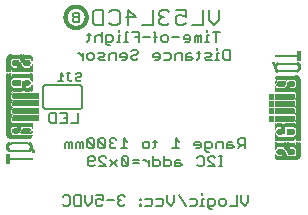
<source format=gbr>
G04 EAGLE Gerber RS-274X export*
G75*
%MOMM*%
%FSLAX34Y34*%
%LPD*%
%INSilkscreen Bottom*%
%IPPOS*%
%AMOC8*
5,1,8,0,0,1.08239X$1,22.5*%
G01*
%ADD10C,0.203200*%
%ADD11C,0.152400*%
%ADD12C,0.127000*%
%ADD13C,0.304800*%
%ADD14R,0.022863X0.462278*%
%ADD15R,0.022863X0.462281*%
%ADD16R,0.022863X0.436881*%
%ADD17R,0.023113X0.462278*%
%ADD18R,0.023113X0.462281*%
%ADD19R,0.023113X0.436881*%
%ADD20R,0.023116X0.462278*%
%ADD21R,0.023116X0.462281*%
%ADD22R,0.023116X0.436881*%
%ADD23R,0.023113X0.022863*%
%ADD24R,0.023116X0.091441*%
%ADD25R,0.023113X0.139700*%
%ADD26R,0.023116X0.185419*%
%ADD27R,0.023113X0.254000*%
%ADD28R,0.023113X0.299719*%
%ADD29R,0.023116X0.345438*%
%ADD30R,0.023113X0.391159*%
%ADD31R,0.023116X0.393700*%
%ADD32R,0.022863X0.325119*%
%ADD33R,0.022863X0.599438*%
%ADD34R,0.022863X0.622300*%
%ADD35R,0.022863X0.530859*%
%ADD36R,0.022863X0.439422*%
%ADD37R,0.022863X0.231138*%
%ADD38R,0.022863X0.071119*%
%ADD39R,0.022863X0.533400*%
%ADD40R,0.022863X0.208281*%
%ADD41R,0.023113X0.345441*%
%ADD42R,0.023113X0.576578*%
%ADD43R,0.023113X0.599438*%
%ADD44R,0.023113X0.508000*%
%ADD45R,0.023113X0.416563*%
%ADD46R,0.023113X0.208278*%
%ADD47R,0.023113X0.553722*%
%ADD48R,0.023113X0.208281*%
%ADD49R,0.023116X0.345441*%
%ADD50R,0.023116X0.530859*%
%ADD51R,0.023116X0.370841*%
%ADD52R,0.023116X0.162559*%
%ADD53R,0.023116X0.576581*%
%ADD54R,0.023116X0.208281*%
%ADD55R,0.023113X0.322578*%
%ADD56R,0.023113X0.485137*%
%ADD57R,0.023113X0.416559*%
%ADD58R,0.023113X0.347981*%
%ADD59R,0.023113X0.116838*%
%ADD60R,0.023113X0.647700*%
%ADD61R,0.023116X0.322581*%
%ADD62R,0.023116X0.485137*%
%ADD63R,0.023116X0.093978*%
%ADD64R,0.023116X0.231141*%
%ADD65R,0.023116X0.693419*%
%ADD66R,0.023113X0.322581*%
%ADD67R,0.023113X0.439419*%
%ADD68R,0.023113X0.370841*%
%ADD69R,0.023113X0.299722*%
%ADD70R,0.023113X0.045719*%
%ADD71R,0.023113X0.739138*%
%ADD72R,0.023113X0.414019*%
%ADD73R,0.023113X0.347978*%
%ADD74R,0.023113X0.762000*%
%ADD75R,0.023116X0.414019*%
%ADD76R,0.023116X0.182881*%
%ADD77R,0.023116X0.347978*%
%ADD78R,0.023116X0.276863*%
%ADD79R,0.023116X0.116841*%
%ADD80R,0.023116X0.276859*%
%ADD81R,0.023116X0.784863*%
%ADD82R,0.023113X0.325119*%
%ADD83R,0.023113X0.276863*%
%ADD84R,0.023113X0.276859*%
%ADD85R,0.023116X0.325119*%
%ADD86R,0.023116X0.391159*%
%ADD87R,0.023116X0.302259*%
%ADD88R,0.023116X0.254000*%
%ADD89R,0.023113X0.302259*%
%ADD90R,0.023113X0.393700*%
%ADD91R,0.023113X0.231141*%
%ADD92R,0.022863X0.302259*%
%ADD93R,0.022863X0.439419*%
%ADD94R,0.022863X0.368300*%
%ADD95R,0.022863X0.391159*%
%ADD96R,0.022863X0.416559*%
%ADD97R,0.022863X0.276863*%
%ADD98R,0.022863X0.205741*%
%ADD99R,0.023113X0.368300*%
%ADD100R,0.023113X0.205741*%
%ADD101R,0.023116X0.368300*%
%ADD102R,0.023116X0.205741*%
%ADD103R,0.023113X0.182881*%
%ADD104R,0.022863X0.276859*%
%ADD105R,0.022863X0.182881*%
%ADD106R,0.023113X0.924559*%
%ADD107R,0.023116X0.924559*%
%ADD108R,0.023113X0.901700*%
%ADD109R,0.023116X0.901700*%
%ADD110R,0.023113X0.878841*%
%ADD111R,0.023116X0.855981*%
%ADD112R,0.023113X0.833119*%
%ADD113R,0.022863X0.787400*%
%ADD114R,0.022863X0.414019*%
%ADD115R,0.022863X0.924559*%
%ADD116R,0.023113X0.739141*%
%ADD117R,0.023116X0.716281*%
%ADD118R,0.023116X0.299722*%
%ADD119R,0.023113X0.670559*%
%ADD120R,0.023116X0.647700*%
%ADD121R,0.023116X0.508000*%
%ADD122R,0.023116X0.299719*%
%ADD123R,0.023113X0.601981*%
%ADD124R,0.023113X0.530859*%
%ADD125R,0.023113X0.231138*%
%ADD126R,0.023113X0.556259*%
%ADD127R,0.023113X0.185419*%
%ADD128R,0.023116X0.533400*%
%ADD129R,0.023116X0.599438*%
%ADD130R,0.023116X0.416563*%
%ADD131R,0.023116X0.116838*%
%ADD132R,0.023113X0.485141*%
%ADD133R,0.023113X0.645159*%
%ADD134R,0.023113X0.716278*%
%ADD135R,0.022863X0.393700*%
%ADD136R,0.022863X0.762000*%
%ADD137R,0.022863X0.624841*%
%ADD138R,0.023113X0.784859*%
%ADD139R,0.023113X0.693422*%
%ADD140R,0.023116X0.830578*%
%ADD141R,0.023116X0.739141*%
%ADD142R,0.023113X0.876300*%
%ADD143R,0.023113X0.807722*%
%ADD144R,0.023116X0.899159*%
%ADD145R,0.023116X0.878841*%
%ADD146R,0.023113X0.922019*%
%ADD147R,0.023113X0.947419*%
%ADD148R,0.023116X0.970278*%
%ADD149R,0.023113X0.970278*%
%ADD150R,0.023116X0.439419*%
%ADD151R,0.022863X0.299722*%
%ADD152R,0.023116X0.416559*%
%ADD153R,0.023116X0.347981*%
%ADD154R,0.023113X0.137159*%
%ADD155R,0.023113X0.093978*%
%ADD156R,0.023113X0.091441*%
%ADD157R,0.023113X0.093981*%
%ADD158R,0.023113X0.114300*%
%ADD159R,0.023116X0.045719*%
%ADD160R,0.023116X0.045722*%
%ADD161R,0.023113X0.071119*%
%ADD162R,0.023113X0.116841*%
%ADD163R,0.023116X0.139700*%
%ADD164R,0.022863X0.322581*%
%ADD165R,0.022863X0.345441*%
%ADD166R,0.022863X0.162559*%
%ADD167R,0.022863X0.576581*%
%ADD168R,0.023113X0.668019*%
%ADD169R,0.023113X0.533400*%
%ADD170R,0.023116X1.455419*%
%ADD171R,0.023116X5.519419*%
%ADD172R,0.023113X1.455419*%
%ADD173R,0.023113X5.519419*%
%ADD174R,0.023116X5.494019*%
%ADD175R,0.023113X1.430019*%
%ADD176R,0.023113X5.494019*%
%ADD177R,0.023116X1.430019*%
%ADD178R,0.023116X5.471159*%
%ADD179R,0.023116X0.762000*%
%ADD180R,0.023113X1.407159*%
%ADD181R,0.023113X5.471159*%
%ADD182R,0.022863X1.384300*%
%ADD183R,0.022863X5.448300*%
%ADD184R,0.022863X0.716278*%
%ADD185R,0.022863X0.878841*%
%ADD186R,0.023113X1.361438*%
%ADD187R,0.023113X5.425438*%
%ADD188R,0.023116X1.338578*%
%ADD189R,0.023116X5.402578*%
%ADD190R,0.023116X0.624841*%
%ADD191R,0.023113X1.292859*%
%ADD192R,0.023113X5.356859*%
%ADD193R,0.023116X1.224278*%
%ADD194R,0.023116X5.288278*%


D10*
X182115Y171715D02*
X182115Y162902D01*
X177709Y158496D01*
X173302Y162902D01*
X173302Y171715D01*
X168082Y171715D02*
X168082Y158496D01*
X159270Y158496D01*
X154050Y171715D02*
X145237Y171715D01*
X154050Y171715D02*
X154050Y165106D01*
X149643Y167309D01*
X147440Y167309D01*
X145237Y165106D01*
X145237Y160699D01*
X147440Y158496D01*
X151846Y158496D01*
X154050Y160699D01*
X140017Y169512D02*
X137814Y171715D01*
X133407Y171715D01*
X131204Y169512D01*
X131204Y167309D01*
X133407Y165106D01*
X135610Y165106D01*
X133407Y165106D02*
X131204Y162902D01*
X131204Y160699D01*
X133407Y158496D01*
X137814Y158496D01*
X140017Y160699D01*
X125984Y158496D02*
X125984Y171715D01*
X125984Y158496D02*
X117171Y158496D01*
X105342Y158496D02*
X105342Y171715D01*
X111951Y165106D01*
X103138Y165106D01*
X91309Y171715D02*
X89106Y169512D01*
X91309Y171715D02*
X95715Y171715D01*
X97918Y169512D01*
X97918Y160699D01*
X95715Y158496D01*
X91309Y158496D01*
X89106Y160699D01*
X83886Y158496D02*
X83886Y171715D01*
X83886Y158496D02*
X77276Y158496D01*
X75073Y160699D01*
X75073Y169512D01*
X77276Y171715D01*
X83886Y171715D01*
D11*
X179777Y152915D02*
X179777Y144272D01*
X182658Y152915D02*
X176896Y152915D01*
X173303Y150034D02*
X171863Y150034D01*
X171863Y144272D01*
X173303Y144272D02*
X170422Y144272D01*
X171863Y152915D02*
X171863Y154356D01*
X167066Y150034D02*
X167066Y144272D01*
X167066Y150034D02*
X165626Y150034D01*
X164185Y148594D01*
X164185Y144272D01*
X164185Y148594D02*
X162745Y150034D01*
X161304Y148594D01*
X161304Y144272D01*
X156271Y144272D02*
X153390Y144272D01*
X156271Y144272D02*
X157711Y145713D01*
X157711Y148594D01*
X156271Y150034D01*
X153390Y150034D01*
X151949Y148594D01*
X151949Y147153D01*
X157711Y147153D01*
X148356Y148594D02*
X142594Y148594D01*
X137560Y144272D02*
X134679Y144272D01*
X133239Y145713D01*
X133239Y148594D01*
X134679Y150034D01*
X137560Y150034D01*
X139001Y148594D01*
X139001Y145713D01*
X137560Y144272D01*
X128205Y144272D02*
X128205Y151475D01*
X126765Y152915D01*
X126765Y148594D02*
X129646Y148594D01*
X123409Y148594D02*
X117647Y148594D01*
X114054Y152915D02*
X114054Y144272D01*
X114054Y152915D02*
X108291Y152915D01*
X111173Y148594D02*
X114054Y148594D01*
X104699Y152915D02*
X103258Y152915D01*
X103258Y144272D01*
X104699Y144272D02*
X101817Y144272D01*
X98462Y150034D02*
X97021Y150034D01*
X97021Y144272D01*
X95581Y144272D02*
X98462Y144272D01*
X97021Y152915D02*
X97021Y154356D01*
X89344Y141391D02*
X87903Y141391D01*
X86463Y142831D01*
X86463Y150034D01*
X90784Y150034D01*
X92225Y148594D01*
X92225Y145713D01*
X90784Y144272D01*
X86463Y144272D01*
X82870Y144272D02*
X82870Y152915D01*
X81429Y150034D02*
X82870Y148594D01*
X81429Y150034D02*
X78548Y150034D01*
X77108Y148594D01*
X77108Y144272D01*
X72074Y145713D02*
X72074Y151475D01*
X72074Y145713D02*
X70633Y144272D01*
X70633Y150034D02*
X73515Y150034D01*
X191234Y137675D02*
X191234Y129032D01*
X186912Y129032D01*
X185472Y130473D01*
X185472Y136235D01*
X186912Y137675D01*
X191234Y137675D01*
X181879Y134794D02*
X180438Y134794D01*
X180438Y129032D01*
X178998Y129032D02*
X181879Y129032D01*
X180438Y137675D02*
X180438Y139116D01*
X175642Y129032D02*
X171320Y129032D01*
X169880Y130473D01*
X171320Y131913D01*
X174201Y131913D01*
X175642Y133354D01*
X174201Y134794D01*
X169880Y134794D01*
X164846Y136235D02*
X164846Y130473D01*
X163406Y129032D01*
X163406Y134794D02*
X166287Y134794D01*
X158609Y134794D02*
X155728Y134794D01*
X154288Y133354D01*
X154288Y129032D01*
X158609Y129032D01*
X160050Y130473D01*
X158609Y131913D01*
X154288Y131913D01*
X150695Y129032D02*
X150695Y134794D01*
X146373Y134794D01*
X144933Y133354D01*
X144933Y129032D01*
X139899Y134794D02*
X135577Y134794D01*
X139899Y134794D02*
X141340Y133354D01*
X141340Y130473D01*
X139899Y129032D01*
X135577Y129032D01*
X130544Y129032D02*
X127663Y129032D01*
X130544Y129032D02*
X131984Y130473D01*
X131984Y133354D01*
X130544Y134794D01*
X127663Y134794D01*
X126222Y133354D01*
X126222Y131913D01*
X131984Y131913D01*
X108952Y137675D02*
X107512Y136235D01*
X108952Y137675D02*
X111834Y137675D01*
X113274Y136235D01*
X113274Y134794D01*
X111834Y133354D01*
X108952Y133354D01*
X107512Y131913D01*
X107512Y130473D01*
X108952Y129032D01*
X111834Y129032D01*
X113274Y130473D01*
X102478Y129032D02*
X99597Y129032D01*
X102478Y129032D02*
X103919Y130473D01*
X103919Y133354D01*
X102478Y134794D01*
X99597Y134794D01*
X98157Y133354D01*
X98157Y131913D01*
X103919Y131913D01*
X94564Y129032D02*
X94564Y134794D01*
X90242Y134794D01*
X88801Y133354D01*
X88801Y129032D01*
X85209Y129032D02*
X80887Y129032D01*
X79446Y130473D01*
X80887Y131913D01*
X83768Y131913D01*
X85209Y133354D01*
X83768Y134794D01*
X79446Y134794D01*
X74413Y129032D02*
X71532Y129032D01*
X70091Y130473D01*
X70091Y133354D01*
X71532Y134794D01*
X74413Y134794D01*
X75853Y133354D01*
X75853Y130473D01*
X74413Y129032D01*
X66498Y129032D02*
X66498Y134794D01*
X66498Y131913D02*
X63617Y134794D01*
X62176Y134794D01*
X204198Y62745D02*
X204198Y54102D01*
X204198Y62745D02*
X199876Y62745D01*
X198436Y61305D01*
X198436Y58424D01*
X199876Y56983D01*
X204198Y56983D01*
X201317Y56983D02*
X198436Y54102D01*
X193402Y59864D02*
X190521Y59864D01*
X189081Y58424D01*
X189081Y54102D01*
X193402Y54102D01*
X194843Y55543D01*
X193402Y56983D01*
X189081Y56983D01*
X185488Y54102D02*
X185488Y59864D01*
X181166Y59864D01*
X179725Y58424D01*
X179725Y54102D01*
X173251Y51221D02*
X171811Y51221D01*
X170370Y52661D01*
X170370Y59864D01*
X174692Y59864D01*
X176132Y58424D01*
X176132Y55543D01*
X174692Y54102D01*
X170370Y54102D01*
X165337Y54102D02*
X162456Y54102D01*
X165337Y54102D02*
X166777Y55543D01*
X166777Y58424D01*
X165337Y59864D01*
X162456Y59864D01*
X161015Y58424D01*
X161015Y56983D01*
X166777Y56983D01*
X148067Y59864D02*
X145186Y62745D01*
X145186Y54102D01*
X148067Y54102D02*
X142305Y54102D01*
X127916Y55543D02*
X127916Y61305D01*
X127916Y55543D02*
X126475Y54102D01*
X126475Y59864D02*
X129356Y59864D01*
X121679Y54102D02*
X118798Y54102D01*
X117357Y55543D01*
X117357Y58424D01*
X118798Y59864D01*
X121679Y59864D01*
X123120Y58424D01*
X123120Y55543D01*
X121679Y54102D01*
X104409Y59864D02*
X101528Y62745D01*
X101528Y54102D01*
X104409Y54102D02*
X98647Y54102D01*
X95054Y61305D02*
X93614Y62745D01*
X90732Y62745D01*
X89292Y61305D01*
X89292Y59864D01*
X90732Y58424D01*
X92173Y58424D01*
X90732Y58424D02*
X89292Y56983D01*
X89292Y55543D01*
X90732Y54102D01*
X93614Y54102D01*
X95054Y55543D01*
X85699Y55543D02*
X85699Y61305D01*
X84258Y62745D01*
X81377Y62745D01*
X79937Y61305D01*
X79937Y55543D01*
X81377Y54102D01*
X84258Y54102D01*
X85699Y55543D01*
X79937Y61305D01*
X76344Y61305D02*
X76344Y55543D01*
X76344Y61305D02*
X74903Y62745D01*
X72022Y62745D01*
X70581Y61305D01*
X70581Y55543D01*
X72022Y54102D01*
X74903Y54102D01*
X76344Y55543D01*
X70581Y61305D01*
X66989Y59864D02*
X66989Y54102D01*
X66989Y59864D02*
X65548Y59864D01*
X64107Y58424D01*
X64107Y54102D01*
X64107Y58424D02*
X62667Y59864D01*
X61226Y58424D01*
X61226Y54102D01*
X57633Y54102D02*
X57633Y59864D01*
X56193Y59864D01*
X54752Y58424D01*
X54752Y54102D01*
X54752Y58424D02*
X53312Y59864D01*
X51871Y58424D01*
X51871Y54102D01*
X181827Y38862D02*
X184708Y38862D01*
X183267Y38862D02*
X183267Y47505D01*
X181827Y47505D02*
X184708Y47505D01*
X178471Y38862D02*
X172709Y38862D01*
X178471Y38862D02*
X172709Y44624D01*
X172709Y46065D01*
X174150Y47505D01*
X177031Y47505D01*
X178471Y46065D01*
X164794Y47505D02*
X163354Y46065D01*
X164794Y47505D02*
X167675Y47505D01*
X169116Y46065D01*
X169116Y40303D01*
X167675Y38862D01*
X164794Y38862D01*
X163354Y40303D01*
X148965Y44624D02*
X146084Y44624D01*
X144643Y43184D01*
X144643Y38862D01*
X148965Y38862D01*
X150406Y40303D01*
X148965Y41743D01*
X144643Y41743D01*
X135288Y38862D02*
X135288Y47505D01*
X135288Y38862D02*
X139610Y38862D01*
X141050Y40303D01*
X141050Y43184D01*
X139610Y44624D01*
X135288Y44624D01*
X125933Y47505D02*
X125933Y38862D01*
X130255Y38862D01*
X131695Y40303D01*
X131695Y43184D01*
X130255Y44624D01*
X125933Y44624D01*
X122340Y44624D02*
X122340Y38862D01*
X122340Y41743D02*
X119459Y44624D01*
X118018Y44624D01*
X114544Y41743D02*
X108782Y41743D01*
X108782Y44624D02*
X114544Y44624D01*
X105189Y46065D02*
X105189Y40303D01*
X105189Y46065D02*
X103748Y47505D01*
X100867Y47505D01*
X99427Y46065D01*
X99427Y40303D01*
X100867Y38862D01*
X103748Y38862D01*
X105189Y40303D01*
X99427Y46065D01*
X95834Y44624D02*
X90071Y38862D01*
X90071Y44624D02*
X95834Y38862D01*
X86479Y38862D02*
X80716Y38862D01*
X80716Y44624D02*
X86479Y38862D01*
X80716Y44624D02*
X80716Y46065D01*
X82157Y47505D01*
X85038Y47505D01*
X86479Y46065D01*
X77123Y40303D02*
X75683Y38862D01*
X72802Y38862D01*
X71361Y40303D01*
X71361Y46065D01*
X72802Y47505D01*
X75683Y47505D01*
X77123Y46065D01*
X77123Y44624D01*
X75683Y43184D01*
X71361Y43184D01*
D12*
X206664Y14613D02*
X206664Y8681D01*
X203698Y5715D01*
X200732Y8681D01*
X200732Y14613D01*
X197309Y14613D02*
X197309Y5715D01*
X191377Y5715D01*
X186470Y5715D02*
X183505Y5715D01*
X182022Y7198D01*
X182022Y10164D01*
X183505Y11647D01*
X186470Y11647D01*
X187953Y10164D01*
X187953Y7198D01*
X186470Y5715D01*
X175632Y2749D02*
X174149Y2749D01*
X172666Y4232D01*
X172666Y11647D01*
X177115Y11647D01*
X178598Y10164D01*
X178598Y7198D01*
X177115Y5715D01*
X172666Y5715D01*
X169243Y11647D02*
X167760Y11647D01*
X167760Y5715D01*
X169243Y5715D02*
X166277Y5715D01*
X167760Y14613D02*
X167760Y16096D01*
X161523Y11647D02*
X157075Y11647D01*
X161523Y11647D02*
X163006Y10164D01*
X163006Y7198D01*
X161523Y5715D01*
X157075Y5715D01*
X153651Y5715D02*
X147719Y14613D01*
X144296Y14613D02*
X144296Y8681D01*
X141330Y5715D01*
X138364Y8681D01*
X138364Y14613D01*
X133458Y11647D02*
X129009Y11647D01*
X133458Y11647D02*
X134941Y10164D01*
X134941Y7198D01*
X133458Y5715D01*
X129009Y5715D01*
X124103Y11647D02*
X119654Y11647D01*
X124103Y11647D02*
X125585Y10164D01*
X125585Y7198D01*
X124103Y5715D01*
X119654Y5715D01*
X116230Y11647D02*
X114747Y11647D01*
X114747Y10164D01*
X116230Y10164D01*
X116230Y11647D01*
X116230Y7198D02*
X114747Y7198D01*
X114747Y5715D01*
X116230Y5715D01*
X116230Y7198D01*
X102198Y13130D02*
X100715Y14613D01*
X97749Y14613D01*
X96266Y13130D01*
X96266Y11647D01*
X97749Y10164D01*
X99232Y10164D01*
X97749Y10164D02*
X96266Y8681D01*
X96266Y7198D01*
X97749Y5715D01*
X100715Y5715D01*
X102198Y7198D01*
X92842Y10164D02*
X86911Y10164D01*
X83487Y14613D02*
X77555Y14613D01*
X83487Y14613D02*
X83487Y10164D01*
X80521Y11647D01*
X79038Y11647D01*
X77555Y10164D01*
X77555Y7198D01*
X79038Y5715D01*
X82004Y5715D01*
X83487Y7198D01*
X74132Y8681D02*
X74132Y14613D01*
X74132Y8681D02*
X71166Y5715D01*
X68200Y8681D01*
X68200Y14613D01*
X64777Y14613D02*
X64777Y5715D01*
X60328Y5715D01*
X58845Y7198D01*
X58845Y13130D01*
X60328Y14613D01*
X64777Y14613D01*
X50973Y14613D02*
X49490Y13130D01*
X50973Y14613D02*
X53939Y14613D01*
X55422Y13130D01*
X55422Y7198D01*
X53939Y5715D01*
X50973Y5715D01*
X49490Y7198D01*
D11*
X62801Y75692D02*
X62801Y84335D01*
X62801Y75692D02*
X57039Y75692D01*
X53446Y84335D02*
X47683Y84335D01*
X53446Y84335D02*
X53446Y75692D01*
X47683Y75692D01*
X50564Y80014D02*
X53446Y80014D01*
X44090Y84335D02*
X44090Y75692D01*
X39769Y75692D01*
X38328Y77133D01*
X38328Y82895D01*
X39769Y84335D01*
X44090Y84335D01*
D13*
X51980Y165100D02*
X51983Y165320D01*
X51991Y165541D01*
X52004Y165761D01*
X52023Y165980D01*
X52048Y166199D01*
X52077Y166418D01*
X52112Y166635D01*
X52153Y166852D01*
X52198Y167068D01*
X52249Y167282D01*
X52305Y167495D01*
X52367Y167707D01*
X52433Y167917D01*
X52505Y168125D01*
X52582Y168332D01*
X52664Y168536D01*
X52750Y168739D01*
X52842Y168939D01*
X52939Y169138D01*
X53040Y169333D01*
X53147Y169526D01*
X53258Y169717D01*
X53373Y169904D01*
X53493Y170089D01*
X53618Y170271D01*
X53747Y170449D01*
X53881Y170625D01*
X54018Y170797D01*
X54160Y170965D01*
X54306Y171131D01*
X54456Y171292D01*
X54610Y171450D01*
X54768Y171604D01*
X54929Y171754D01*
X55095Y171900D01*
X55263Y172042D01*
X55435Y172179D01*
X55611Y172313D01*
X55789Y172442D01*
X55971Y172567D01*
X56156Y172687D01*
X56343Y172802D01*
X56534Y172913D01*
X56727Y173020D01*
X56922Y173121D01*
X57121Y173218D01*
X57321Y173310D01*
X57524Y173396D01*
X57728Y173478D01*
X57935Y173555D01*
X58143Y173627D01*
X58353Y173693D01*
X58565Y173755D01*
X58778Y173811D01*
X58992Y173862D01*
X59208Y173907D01*
X59425Y173948D01*
X59642Y173983D01*
X59861Y174012D01*
X60080Y174037D01*
X60299Y174056D01*
X60519Y174069D01*
X60740Y174077D01*
X60960Y174080D01*
X61180Y174077D01*
X61401Y174069D01*
X61621Y174056D01*
X61840Y174037D01*
X62059Y174012D01*
X62278Y173983D01*
X62495Y173948D01*
X62712Y173907D01*
X62928Y173862D01*
X63142Y173811D01*
X63355Y173755D01*
X63567Y173693D01*
X63777Y173627D01*
X63985Y173555D01*
X64192Y173478D01*
X64396Y173396D01*
X64599Y173310D01*
X64799Y173218D01*
X64998Y173121D01*
X65193Y173020D01*
X65386Y172913D01*
X65577Y172802D01*
X65764Y172687D01*
X65949Y172567D01*
X66131Y172442D01*
X66309Y172313D01*
X66485Y172179D01*
X66657Y172042D01*
X66825Y171900D01*
X66991Y171754D01*
X67152Y171604D01*
X67310Y171450D01*
X67464Y171292D01*
X67614Y171131D01*
X67760Y170965D01*
X67902Y170797D01*
X68039Y170625D01*
X68173Y170449D01*
X68302Y170271D01*
X68427Y170089D01*
X68547Y169904D01*
X68662Y169717D01*
X68773Y169526D01*
X68880Y169333D01*
X68981Y169138D01*
X69078Y168939D01*
X69170Y168739D01*
X69256Y168536D01*
X69338Y168332D01*
X69415Y168125D01*
X69487Y167917D01*
X69553Y167707D01*
X69615Y167495D01*
X69671Y167282D01*
X69722Y167068D01*
X69767Y166852D01*
X69808Y166635D01*
X69843Y166418D01*
X69872Y166199D01*
X69897Y165980D01*
X69916Y165761D01*
X69929Y165541D01*
X69937Y165320D01*
X69940Y165100D01*
X69937Y164880D01*
X69929Y164659D01*
X69916Y164439D01*
X69897Y164220D01*
X69872Y164001D01*
X69843Y163782D01*
X69808Y163565D01*
X69767Y163348D01*
X69722Y163132D01*
X69671Y162918D01*
X69615Y162705D01*
X69553Y162493D01*
X69487Y162283D01*
X69415Y162075D01*
X69338Y161868D01*
X69256Y161664D01*
X69170Y161461D01*
X69078Y161261D01*
X68981Y161062D01*
X68880Y160867D01*
X68773Y160674D01*
X68662Y160483D01*
X68547Y160296D01*
X68427Y160111D01*
X68302Y159929D01*
X68173Y159751D01*
X68039Y159575D01*
X67902Y159403D01*
X67760Y159235D01*
X67614Y159069D01*
X67464Y158908D01*
X67310Y158750D01*
X67152Y158596D01*
X66991Y158446D01*
X66825Y158300D01*
X66657Y158158D01*
X66485Y158021D01*
X66309Y157887D01*
X66131Y157758D01*
X65949Y157633D01*
X65764Y157513D01*
X65577Y157398D01*
X65386Y157287D01*
X65193Y157180D01*
X64998Y157079D01*
X64799Y156982D01*
X64599Y156890D01*
X64396Y156804D01*
X64192Y156722D01*
X63985Y156645D01*
X63777Y156573D01*
X63567Y156507D01*
X63355Y156445D01*
X63142Y156389D01*
X62928Y156338D01*
X62712Y156293D01*
X62495Y156252D01*
X62278Y156217D01*
X62059Y156188D01*
X61840Y156163D01*
X61621Y156144D01*
X61401Y156131D01*
X61180Y156123D01*
X60960Y156120D01*
X60740Y156123D01*
X60519Y156131D01*
X60299Y156144D01*
X60080Y156163D01*
X59861Y156188D01*
X59642Y156217D01*
X59425Y156252D01*
X59208Y156293D01*
X58992Y156338D01*
X58778Y156389D01*
X58565Y156445D01*
X58353Y156507D01*
X58143Y156573D01*
X57935Y156645D01*
X57728Y156722D01*
X57524Y156804D01*
X57321Y156890D01*
X57121Y156982D01*
X56922Y157079D01*
X56727Y157180D01*
X56534Y157287D01*
X56343Y157398D01*
X56156Y157513D01*
X55971Y157633D01*
X55789Y157758D01*
X55611Y157887D01*
X55435Y158021D01*
X55263Y158158D01*
X55095Y158300D01*
X54929Y158446D01*
X54768Y158596D01*
X54610Y158750D01*
X54456Y158908D01*
X54306Y159069D01*
X54160Y159235D01*
X54018Y159403D01*
X53881Y159575D01*
X53747Y159751D01*
X53618Y159929D01*
X53493Y160111D01*
X53373Y160296D01*
X53258Y160483D01*
X53147Y160674D01*
X53040Y160867D01*
X52939Y161062D01*
X52842Y161261D01*
X52750Y161461D01*
X52664Y161664D01*
X52582Y161868D01*
X52505Y162075D01*
X52433Y162283D01*
X52367Y162493D01*
X52305Y162705D01*
X52249Y162918D01*
X52198Y163132D01*
X52153Y163348D01*
X52112Y163565D01*
X52077Y163782D01*
X52048Y164001D01*
X52023Y164220D01*
X52004Y164439D01*
X51991Y164659D01*
X51983Y164880D01*
X51980Y165100D01*
D10*
X63500Y161036D02*
X63500Y169171D01*
X59433Y169171D01*
X58077Y167815D01*
X58077Y166459D01*
X59433Y165103D01*
X58077Y163748D01*
X58077Y162392D01*
X59433Y161036D01*
X63500Y161036D01*
X63500Y165103D02*
X59433Y165103D01*
D14*
X224790Y79197D03*
D15*
X224790Y85446D03*
X224790Y91669D03*
D16*
X224790Y98019D03*
D17*
X225020Y79197D03*
D18*
X225020Y85446D03*
X225020Y91669D03*
D19*
X225020Y98019D03*
D20*
X225251Y79197D03*
D21*
X225251Y85446D03*
X225251Y91669D03*
D22*
X225251Y98019D03*
D17*
X225482Y79197D03*
D18*
X225482Y85446D03*
X225482Y91669D03*
D19*
X225482Y98019D03*
D20*
X225713Y79197D03*
D21*
X225713Y85446D03*
X225713Y91669D03*
D22*
X225713Y98019D03*
D17*
X225944Y79197D03*
D18*
X225944Y85446D03*
X225944Y91669D03*
D19*
X225944Y98019D03*
D17*
X226176Y79197D03*
D18*
X226176Y85446D03*
X226176Y91669D03*
D19*
X226176Y98019D03*
D20*
X226407Y79197D03*
D21*
X226407Y85446D03*
X226407Y91669D03*
D22*
X226407Y98019D03*
D17*
X226638Y79197D03*
D18*
X226638Y85446D03*
X226638Y91669D03*
D19*
X226638Y98019D03*
D20*
X226869Y79197D03*
D21*
X226869Y85446D03*
X226869Y91669D03*
D22*
X226869Y98019D03*
D17*
X227100Y79197D03*
D18*
X227100Y85446D03*
X227100Y91669D03*
D19*
X227100Y98019D03*
D14*
X227330Y79197D03*
D15*
X227330Y85446D03*
X227330Y91669D03*
D16*
X227330Y98019D03*
D17*
X227560Y79197D03*
D18*
X227560Y85446D03*
X227560Y91669D03*
D19*
X227560Y98019D03*
D23*
X227560Y126429D03*
D20*
X227791Y79197D03*
D21*
X227791Y85446D03*
X227791Y91669D03*
D22*
X227791Y98019D03*
D24*
X227791Y126314D03*
D17*
X228022Y79197D03*
D18*
X228022Y85446D03*
X228022Y91669D03*
D19*
X228022Y98019D03*
D25*
X228022Y126073D03*
D20*
X228253Y79197D03*
D21*
X228253Y85446D03*
X228253Y91669D03*
D22*
X228253Y98019D03*
D26*
X228253Y126073D03*
D17*
X228484Y79197D03*
D18*
X228484Y85446D03*
X228484Y91669D03*
D19*
X228484Y98019D03*
D27*
X228484Y125959D03*
D17*
X228716Y79197D03*
D18*
X228716Y85446D03*
X228716Y91669D03*
D19*
X228716Y98019D03*
D28*
X228716Y125730D03*
D20*
X228947Y79197D03*
D21*
X228947Y85446D03*
X228947Y91669D03*
D22*
X228947Y98019D03*
D29*
X228947Y125730D03*
D30*
X229178Y125501D03*
D31*
X229409Y125032D03*
D17*
X229640Y124003D03*
D32*
X229870Y48031D03*
D33*
X229870Y55880D03*
D34*
X229870Y63614D03*
D35*
X229870Y72631D03*
D14*
X229870Y79197D03*
D15*
X229870Y85446D03*
X229870Y91669D03*
D16*
X229870Y98019D03*
D36*
X229870Y104254D03*
D37*
X229870Y109919D03*
D38*
X229870Y113030D03*
D39*
X229870Y123190D03*
D40*
X229870Y132436D03*
D41*
X230100Y47676D03*
D42*
X230100Y55994D03*
D43*
X230100Y63500D03*
D44*
X230100Y72746D03*
D17*
X230100Y79197D03*
D18*
X230100Y85446D03*
X230100Y91669D03*
D19*
X230100Y98019D03*
D45*
X230100Y104140D03*
D46*
X230100Y110033D03*
D25*
X230100Y113373D03*
D47*
X230100Y122606D03*
D48*
X230100Y132436D03*
D49*
X230331Y47219D03*
D50*
X230331Y56223D03*
X230331Y63157D03*
D20*
X230331Y72974D03*
X230331Y79197D03*
D21*
X230331Y85446D03*
X230331Y91669D03*
D22*
X230331Y98019D03*
D51*
X230331Y103911D03*
D52*
X230331Y110261D03*
D26*
X230331Y113602D03*
D53*
X230331Y122492D03*
D54*
X230331Y132436D03*
D55*
X230562Y46876D03*
D56*
X230562Y56452D03*
D44*
X230562Y63043D03*
D57*
X230562Y73203D03*
D17*
X230562Y79197D03*
D18*
X230562Y85446D03*
X230562Y91669D03*
D19*
X230562Y98019D03*
D58*
X230562Y103797D03*
D59*
X230562Y110490D03*
D46*
X230562Y113716D03*
D60*
X230562Y122619D03*
D48*
X230562Y132436D03*
D61*
X230793Y46647D03*
D20*
X230793Y56566D03*
D62*
X230793Y62929D03*
D31*
X230793Y73317D03*
D20*
X230793Y79197D03*
D21*
X230793Y85446D03*
X230793Y91669D03*
D22*
X230793Y98019D03*
D61*
X230793Y103670D03*
D63*
X230793Y110604D03*
D64*
X230793Y113830D03*
D65*
X230793Y122619D03*
D54*
X230793Y132436D03*
D66*
X231024Y46419D03*
D67*
X231024Y56680D03*
D17*
X231024Y62814D03*
D68*
X231024Y73431D03*
D17*
X231024Y79197D03*
D18*
X231024Y85446D03*
X231024Y91669D03*
D19*
X231024Y98019D03*
D69*
X231024Y103556D03*
D70*
X231024Y110846D03*
D27*
X231024Y113944D03*
D71*
X231024Y122619D03*
D48*
X231024Y132436D03*
D66*
X231256Y46190D03*
D72*
X231256Y56807D03*
D67*
X231256Y62700D03*
D73*
X231256Y73546D03*
D17*
X231256Y79197D03*
D18*
X231256Y85446D03*
X231256Y91669D03*
D19*
X231256Y98019D03*
D69*
X231256Y103556D03*
D27*
X231256Y113944D03*
D74*
X231256Y122504D03*
D48*
X231256Y132436D03*
D61*
X231487Y46190D03*
D64*
X231487Y51270D03*
D75*
X231487Y56807D03*
X231487Y62573D03*
D76*
X231487Y68351D03*
D77*
X231487Y73546D03*
D20*
X231487Y79197D03*
D21*
X231487Y85446D03*
X231487Y91669D03*
D22*
X231487Y98019D03*
D78*
X231487Y103442D03*
D79*
X231487Y108179D03*
D80*
X231487Y114059D03*
D81*
X231487Y122619D03*
D54*
X231487Y132436D03*
D82*
X231718Y45949D03*
D66*
X231718Y51270D03*
D30*
X231718Y56921D03*
D72*
X231718Y62573D03*
D82*
X231718Y68351D03*
X231718Y73660D03*
D17*
X231718Y79197D03*
D18*
X231718Y85446D03*
X231718Y91669D03*
D19*
X231718Y98019D03*
D83*
X231718Y103442D03*
D84*
X231718Y108293D03*
X231718Y114059D03*
D83*
X231718Y120079D03*
D84*
X231718Y125387D03*
D48*
X231718Y132436D03*
D85*
X231949Y45949D03*
D51*
X231949Y51257D03*
D86*
X231949Y56921D03*
D75*
X231949Y62573D03*
D51*
X231949Y68351D03*
D85*
X231949Y73660D03*
D20*
X231949Y79197D03*
D21*
X231949Y85446D03*
X231949Y91669D03*
D22*
X231949Y98019D03*
D78*
X231949Y103442D03*
D49*
X231949Y108407D03*
D87*
X231949Y114186D03*
D88*
X231949Y119736D03*
D64*
X231949Y125616D03*
D54*
X231949Y132436D03*
D82*
X232180Y45949D03*
D57*
X232180Y51257D03*
D30*
X232180Y56921D03*
X232180Y62459D03*
D57*
X232180Y68351D03*
D89*
X232180Y73774D03*
D17*
X232180Y79197D03*
D18*
X232180Y85446D03*
X232180Y91669D03*
D19*
X232180Y98019D03*
D83*
X232180Y103442D03*
D90*
X232180Y108649D03*
D89*
X232180Y114186D03*
D91*
X232180Y119621D03*
D48*
X232180Y125730D03*
X232180Y132436D03*
D92*
X232410Y45834D03*
D93*
X232410Y51143D03*
D94*
X232410Y57036D03*
D95*
X232410Y62459D03*
D96*
X232410Y68351D03*
D92*
X232410Y73774D03*
D14*
X232410Y79197D03*
D15*
X232410Y85446D03*
X232410Y91669D03*
D16*
X232410Y98019D03*
D97*
X232410Y103442D03*
D93*
X232410Y108649D03*
D92*
X232410Y114186D03*
D98*
X232410Y119494D03*
D40*
X232410Y125730D03*
X232410Y132436D03*
D89*
X232640Y45834D03*
D17*
X232640Y51257D03*
D99*
X232640Y57036D03*
D30*
X232640Y62459D03*
D18*
X232640Y68351D03*
D89*
X232640Y73774D03*
D17*
X232640Y79197D03*
D18*
X232640Y85446D03*
X232640Y91669D03*
D19*
X232640Y98019D03*
D83*
X232640Y103442D03*
D17*
X232640Y108763D03*
D89*
X232640Y114186D03*
D100*
X232640Y119494D03*
D48*
X232640Y125959D03*
X232640Y132436D03*
D87*
X232871Y45834D03*
D20*
X232871Y51257D03*
D101*
X232871Y57036D03*
D86*
X232871Y62459D03*
D21*
X232871Y68351D03*
D87*
X232871Y73774D03*
D20*
X232871Y79197D03*
D21*
X232871Y85446D03*
X232871Y91669D03*
D22*
X232871Y98019D03*
D78*
X232871Y103442D03*
D20*
X232871Y108763D03*
D87*
X232871Y114186D03*
D102*
X232871Y119494D03*
D54*
X232871Y125959D03*
X232871Y132436D03*
D89*
X233102Y45834D03*
D17*
X233102Y51257D03*
D99*
X233102Y57036D03*
X233102Y62344D03*
D18*
X233102Y68351D03*
D89*
X233102Y73774D03*
D17*
X233102Y79197D03*
D18*
X233102Y85446D03*
X233102Y91669D03*
D19*
X233102Y98019D03*
D83*
X233102Y103442D03*
D17*
X233102Y108763D03*
D89*
X233102Y114186D03*
D100*
X233102Y119494D03*
D48*
X233102Y125959D03*
X233102Y132436D03*
D87*
X233333Y45834D03*
D20*
X233333Y51257D03*
D101*
X233333Y57036D03*
X233333Y62344D03*
D21*
X233333Y68351D03*
D87*
X233333Y73774D03*
D20*
X233333Y79197D03*
D21*
X233333Y85446D03*
X233333Y91669D03*
D22*
X233333Y98019D03*
D78*
X233333Y103442D03*
D20*
X233333Y108763D03*
D87*
X233333Y114186D03*
D76*
X233333Y119380D03*
D54*
X233333Y125959D03*
X233333Y132436D03*
D89*
X233564Y45834D03*
D17*
X233564Y51257D03*
D99*
X233564Y57036D03*
X233564Y62344D03*
D18*
X233564Y68351D03*
D89*
X233564Y73774D03*
D17*
X233564Y79197D03*
D18*
X233564Y85446D03*
X233564Y91669D03*
D19*
X233564Y98019D03*
D83*
X233564Y103442D03*
D17*
X233564Y108763D03*
D89*
X233564Y114186D03*
D103*
X233564Y119380D03*
D48*
X233564Y125959D03*
X233564Y132436D03*
D89*
X233796Y45834D03*
D17*
X233796Y51257D03*
D99*
X233796Y57036D03*
X233796Y62344D03*
D18*
X233796Y68351D03*
D84*
X233796Y73901D03*
D17*
X233796Y79197D03*
D18*
X233796Y85446D03*
X233796Y91669D03*
D19*
X233796Y98019D03*
D83*
X233796Y103442D03*
D17*
X233796Y108763D03*
D89*
X233796Y114186D03*
D103*
X233796Y119380D03*
D48*
X233796Y125959D03*
X233796Y132436D03*
D87*
X234027Y45834D03*
D20*
X234027Y51257D03*
D101*
X234027Y57036D03*
X234027Y62344D03*
D21*
X234027Y68351D03*
D80*
X234027Y73901D03*
D20*
X234027Y79197D03*
D21*
X234027Y85446D03*
X234027Y91669D03*
D22*
X234027Y98019D03*
D78*
X234027Y103442D03*
D20*
X234027Y108763D03*
D87*
X234027Y114186D03*
D76*
X234027Y119380D03*
D54*
X234027Y125959D03*
X234027Y132436D03*
D89*
X234258Y45834D03*
D17*
X234258Y51257D03*
D99*
X234258Y57036D03*
X234258Y62344D03*
D18*
X234258Y68351D03*
D84*
X234258Y73901D03*
D17*
X234258Y79197D03*
D18*
X234258Y85446D03*
X234258Y91669D03*
D19*
X234258Y98019D03*
D83*
X234258Y103442D03*
D17*
X234258Y108763D03*
D89*
X234258Y114186D03*
D103*
X234258Y119380D03*
D48*
X234258Y125959D03*
X234258Y132436D03*
D87*
X234489Y45834D03*
D20*
X234489Y51257D03*
D101*
X234489Y57036D03*
X234489Y62344D03*
D21*
X234489Y68351D03*
D80*
X234489Y73901D03*
D20*
X234489Y79197D03*
D21*
X234489Y85446D03*
X234489Y91669D03*
D22*
X234489Y98019D03*
D78*
X234489Y103442D03*
D20*
X234489Y108763D03*
D87*
X234489Y114186D03*
D76*
X234489Y119380D03*
D54*
X234489Y125959D03*
X234489Y132436D03*
D89*
X234720Y45834D03*
D17*
X234720Y51257D03*
D99*
X234720Y57036D03*
X234720Y62344D03*
D18*
X234720Y68351D03*
D84*
X234720Y73901D03*
D17*
X234720Y79197D03*
D18*
X234720Y85446D03*
X234720Y91669D03*
D19*
X234720Y98019D03*
D83*
X234720Y103442D03*
D17*
X234720Y108763D03*
D89*
X234720Y114186D03*
D103*
X234720Y119380D03*
D48*
X234720Y125959D03*
X234720Y132436D03*
D92*
X234950Y45834D03*
D14*
X234950Y51257D03*
D94*
X234950Y57036D03*
X234950Y62344D03*
D15*
X234950Y68351D03*
D104*
X234950Y73901D03*
D14*
X234950Y79197D03*
D15*
X234950Y85446D03*
X234950Y91669D03*
D16*
X234950Y98019D03*
D97*
X234950Y103442D03*
D14*
X234950Y108763D03*
D92*
X234950Y114186D03*
D105*
X234950Y119380D03*
D40*
X234950Y125959D03*
X234950Y132436D03*
D89*
X235180Y45834D03*
D17*
X235180Y51257D03*
D99*
X235180Y57036D03*
X235180Y62344D03*
D18*
X235180Y68351D03*
D84*
X235180Y73901D03*
D17*
X235180Y79197D03*
D18*
X235180Y85446D03*
X235180Y91669D03*
D19*
X235180Y98019D03*
D83*
X235180Y103442D03*
D17*
X235180Y108763D03*
D89*
X235180Y114186D03*
D103*
X235180Y119380D03*
D48*
X235180Y125959D03*
X235180Y132436D03*
D87*
X235411Y45834D03*
D20*
X235411Y51257D03*
D101*
X235411Y57036D03*
X235411Y62344D03*
D21*
X235411Y68351D03*
D80*
X235411Y73901D03*
D20*
X235411Y79197D03*
D21*
X235411Y85446D03*
X235411Y91669D03*
D22*
X235411Y98019D03*
D78*
X235411Y103442D03*
D20*
X235411Y108763D03*
D87*
X235411Y114186D03*
D76*
X235411Y119380D03*
D54*
X235411Y125959D03*
X235411Y132436D03*
D89*
X235642Y45834D03*
D17*
X235642Y51257D03*
D99*
X235642Y57036D03*
X235642Y62344D03*
D106*
X235642Y70663D03*
D17*
X235642Y79197D03*
D18*
X235642Y85446D03*
X235642Y91669D03*
D19*
X235642Y98019D03*
D83*
X235642Y103442D03*
D17*
X235642Y108763D03*
D89*
X235642Y114186D03*
D103*
X235642Y119380D03*
D48*
X235642Y125959D03*
X235642Y132436D03*
D87*
X235873Y45834D03*
D20*
X235873Y51257D03*
D101*
X235873Y57036D03*
X235873Y62344D03*
D107*
X235873Y70663D03*
D20*
X235873Y79197D03*
D21*
X235873Y85446D03*
X235873Y91669D03*
D22*
X235873Y98019D03*
D78*
X235873Y103442D03*
D20*
X235873Y108763D03*
D87*
X235873Y114186D03*
D76*
X235873Y119380D03*
D54*
X235873Y125959D03*
X235873Y132436D03*
D89*
X236104Y45834D03*
D67*
X236104Y51143D03*
D99*
X236104Y57036D03*
X236104Y62344D03*
D106*
X236104Y70663D03*
D17*
X236104Y79197D03*
D18*
X236104Y85446D03*
X236104Y91669D03*
D19*
X236104Y98019D03*
D83*
X236104Y103442D03*
D17*
X236104Y108763D03*
D89*
X236104Y114186D03*
D103*
X236104Y119380D03*
D48*
X236104Y125959D03*
X236104Y132436D03*
D108*
X236336Y48832D03*
D99*
X236336Y57036D03*
X236336Y62344D03*
D106*
X236336Y70663D03*
D17*
X236336Y79197D03*
D18*
X236336Y85446D03*
X236336Y91669D03*
D19*
X236336Y98019D03*
D83*
X236336Y103442D03*
D17*
X236336Y108763D03*
D89*
X236336Y114186D03*
D103*
X236336Y119380D03*
D48*
X236336Y125959D03*
X236336Y132436D03*
D109*
X236567Y48832D03*
D101*
X236567Y57036D03*
X236567Y62344D03*
D107*
X236567Y70663D03*
D20*
X236567Y79197D03*
D21*
X236567Y85446D03*
X236567Y91669D03*
D22*
X236567Y98019D03*
D78*
X236567Y103442D03*
D20*
X236567Y108763D03*
D87*
X236567Y114186D03*
D76*
X236567Y119380D03*
D54*
X236567Y125959D03*
X236567Y132436D03*
D110*
X236798Y48717D03*
D30*
X236798Y56921D03*
D99*
X236798Y62344D03*
D106*
X236798Y70663D03*
D17*
X236798Y79197D03*
D18*
X236798Y85446D03*
X236798Y91669D03*
D19*
X236798Y98019D03*
D83*
X236798Y103442D03*
D17*
X236798Y108763D03*
D89*
X236798Y114186D03*
D103*
X236798Y119380D03*
D48*
X236798Y125959D03*
X236798Y132436D03*
D111*
X237029Y48603D03*
D86*
X237029Y56921D03*
D101*
X237029Y62344D03*
D107*
X237029Y70663D03*
D20*
X237029Y79197D03*
D21*
X237029Y85446D03*
X237029Y91669D03*
D22*
X237029Y98019D03*
D78*
X237029Y103442D03*
D20*
X237029Y108763D03*
D87*
X237029Y114186D03*
D76*
X237029Y119380D03*
D54*
X237029Y125959D03*
X237029Y132436D03*
D112*
X237260Y48489D03*
D72*
X237260Y56807D03*
D99*
X237260Y62344D03*
D106*
X237260Y70663D03*
D17*
X237260Y79197D03*
D18*
X237260Y85446D03*
X237260Y91669D03*
D19*
X237260Y98019D03*
D83*
X237260Y103442D03*
D67*
X237260Y108877D03*
D89*
X237260Y114186D03*
D103*
X237260Y119380D03*
D48*
X237260Y125959D03*
X237260Y132436D03*
D113*
X237490Y48260D03*
D114*
X237490Y56807D03*
D94*
X237490Y62344D03*
D115*
X237490Y70663D03*
D14*
X237490Y79197D03*
D15*
X237490Y85446D03*
X237490Y91669D03*
D16*
X237490Y98019D03*
D97*
X237490Y103442D03*
D93*
X237490Y108877D03*
D92*
X237490Y114186D03*
D105*
X237490Y119380D03*
D40*
X237490Y125959D03*
X237490Y132436D03*
D116*
X237720Y48019D03*
D67*
X237720Y56680D03*
D99*
X237720Y62344D03*
D106*
X237720Y70663D03*
D17*
X237720Y79197D03*
D18*
X237720Y85446D03*
X237720Y91669D03*
D19*
X237720Y98019D03*
D69*
X237720Y103556D03*
D57*
X237720Y108991D03*
D89*
X237720Y114186D03*
D103*
X237720Y119380D03*
D48*
X237720Y125959D03*
X237720Y132436D03*
D117*
X237951Y47904D03*
D20*
X237951Y56566D03*
D101*
X237951Y62344D03*
D107*
X237951Y70663D03*
D20*
X237951Y79197D03*
D21*
X237951Y85446D03*
X237951Y91669D03*
D22*
X237951Y98019D03*
D118*
X237951Y103556D03*
D31*
X237951Y109106D03*
D87*
X237951Y114186D03*
D76*
X237951Y119380D03*
D54*
X237951Y125959D03*
X237951Y132436D03*
D119*
X238182Y47676D03*
D56*
X238182Y56452D03*
D99*
X238182Y62344D03*
D106*
X238182Y70663D03*
D17*
X238182Y79197D03*
D18*
X238182Y85446D03*
X238182Y91669D03*
D19*
X238182Y98019D03*
D66*
X238182Y103670D03*
D73*
X238182Y109334D03*
D89*
X238182Y114186D03*
D103*
X238182Y119380D03*
D48*
X238182Y125959D03*
X238182Y132436D03*
D120*
X238413Y47562D03*
D121*
X238413Y56337D03*
D101*
X238413Y62344D03*
D80*
X238413Y73901D03*
D20*
X238413Y79197D03*
D21*
X238413Y85446D03*
X238413Y91669D03*
D22*
X238413Y98019D03*
D61*
X238413Y103670D03*
D122*
X238413Y109576D03*
D87*
X238413Y114186D03*
D76*
X238413Y119380D03*
D54*
X238413Y125959D03*
X238413Y132436D03*
D123*
X238644Y47333D03*
D124*
X238644Y56223D03*
D99*
X238644Y62344D03*
D84*
X238644Y73901D03*
D17*
X238644Y79197D03*
D18*
X238644Y85446D03*
X238644Y91669D03*
D19*
X238644Y98019D03*
D58*
X238644Y103797D03*
D125*
X238644Y109919D03*
D89*
X238644Y114186D03*
D103*
X238644Y119380D03*
D48*
X238644Y125959D03*
X238644Y132436D03*
D126*
X238876Y47104D03*
D42*
X238876Y55994D03*
D99*
X238876Y62344D03*
D84*
X238876Y73901D03*
D17*
X238876Y79197D03*
D18*
X238876Y85446D03*
X238876Y91669D03*
D19*
X238876Y98019D03*
D68*
X238876Y103911D03*
D127*
X238876Y110147D03*
D89*
X238876Y114186D03*
D103*
X238876Y119380D03*
D48*
X238876Y125959D03*
X238876Y132436D03*
D128*
X239107Y46990D03*
D129*
X239107Y55880D03*
D101*
X239107Y62344D03*
D80*
X239107Y73901D03*
D20*
X239107Y79197D03*
D21*
X239107Y85446D03*
X239107Y91669D03*
D22*
X239107Y98019D03*
D130*
X239107Y104140D03*
D131*
X239107Y110490D03*
D87*
X239107Y114186D03*
D76*
X239107Y119380D03*
D54*
X239107Y125959D03*
X239107Y132436D03*
D132*
X239338Y46749D03*
D133*
X239338Y55651D03*
D99*
X239338Y62344D03*
D84*
X239338Y73901D03*
D17*
X239338Y79197D03*
D18*
X239338Y85446D03*
X239338Y91669D03*
D19*
X239338Y98019D03*
D18*
X239338Y104369D03*
D70*
X239338Y110846D03*
D89*
X239338Y114186D03*
D103*
X239338Y119380D03*
D48*
X239338Y125959D03*
X239338Y132436D03*
D21*
X239569Y46634D03*
D65*
X239569Y55410D03*
D101*
X239569Y62344D03*
D80*
X239569Y73901D03*
D20*
X239569Y79197D03*
D21*
X239569Y85446D03*
X239569Y91669D03*
D22*
X239569Y98019D03*
D121*
X239569Y104597D03*
D87*
X239569Y114186D03*
D76*
X239569Y119380D03*
D54*
X239569Y125959D03*
X239569Y132436D03*
D57*
X239800Y46406D03*
D134*
X239800Y55296D03*
D99*
X239800Y62344D03*
D84*
X239800Y73901D03*
D17*
X239800Y79197D03*
D18*
X239800Y85446D03*
X239800Y91669D03*
D19*
X239800Y98019D03*
D47*
X239800Y104826D03*
D89*
X239800Y114186D03*
D103*
X239800Y119380D03*
D48*
X239800Y125959D03*
X239800Y132436D03*
D135*
X240030Y46292D03*
D136*
X240030Y55067D03*
D94*
X240030Y62344D03*
D15*
X240030Y68351D03*
D104*
X240030Y73901D03*
D14*
X240030Y79197D03*
D15*
X240030Y85446D03*
X240030Y91669D03*
D16*
X240030Y98019D03*
D137*
X240030Y105181D03*
D92*
X240030Y114186D03*
D105*
X240030Y119380D03*
D40*
X240030Y125959D03*
X240030Y132436D03*
D68*
X240260Y46177D03*
D138*
X240260Y54953D03*
D99*
X240260Y62344D03*
D18*
X240260Y68351D03*
D84*
X240260Y73901D03*
D17*
X240260Y79197D03*
D18*
X240260Y85446D03*
X240260Y91669D03*
D19*
X240260Y98019D03*
D139*
X240260Y105524D03*
D89*
X240260Y114186D03*
D103*
X240260Y119380D03*
D48*
X240260Y125959D03*
X240260Y132436D03*
D51*
X240491Y46177D03*
D140*
X240491Y54724D03*
D101*
X240491Y62344D03*
D21*
X240491Y68351D03*
D80*
X240491Y73901D03*
D20*
X240491Y79197D03*
D21*
X240491Y85446D03*
X240491Y91669D03*
D22*
X240491Y98019D03*
D141*
X240491Y105753D03*
D87*
X240491Y114186D03*
D76*
X240491Y119380D03*
D54*
X240491Y125959D03*
X240491Y132436D03*
D58*
X240722Y46063D03*
D142*
X240722Y54496D03*
D99*
X240722Y62344D03*
D18*
X240722Y68351D03*
D84*
X240722Y73901D03*
D17*
X240722Y79197D03*
D18*
X240722Y85446D03*
X240722Y91669D03*
D19*
X240722Y98019D03*
D143*
X240722Y106096D03*
D89*
X240722Y114186D03*
D103*
X240722Y119380D03*
D48*
X240722Y125959D03*
X240722Y132436D03*
D85*
X240953Y45949D03*
D144*
X240953Y54381D03*
D101*
X240953Y62344D03*
D21*
X240953Y68351D03*
D80*
X240953Y73901D03*
D20*
X240953Y79197D03*
D21*
X240953Y85446D03*
X240953Y91669D03*
D22*
X240953Y98019D03*
D145*
X240953Y106451D03*
D87*
X240953Y114186D03*
D76*
X240953Y119380D03*
D54*
X240953Y125959D03*
X240953Y132436D03*
D82*
X241184Y45949D03*
D146*
X241184Y54267D03*
D99*
X241184Y62344D03*
D18*
X241184Y68351D03*
D84*
X241184Y73901D03*
D17*
X241184Y79197D03*
D18*
X241184Y85446D03*
X241184Y91669D03*
D19*
X241184Y98019D03*
D108*
X241184Y106566D03*
D89*
X241184Y114186D03*
D103*
X241184Y119380D03*
D48*
X241184Y125959D03*
X241184Y132436D03*
D82*
X241416Y45949D03*
D147*
X241416Y54140D03*
D99*
X241416Y62344D03*
D18*
X241416Y68351D03*
D84*
X241416Y73901D03*
D17*
X241416Y79197D03*
D18*
X241416Y85446D03*
X241416Y91669D03*
D19*
X241416Y98019D03*
D108*
X241416Y106566D03*
D89*
X241416Y114186D03*
D103*
X241416Y119380D03*
D48*
X241416Y125959D03*
X241416Y132436D03*
D87*
X241647Y45834D03*
D148*
X241647Y54026D03*
D101*
X241647Y62344D03*
D21*
X241647Y68351D03*
D80*
X241647Y73901D03*
D20*
X241647Y79197D03*
D21*
X241647Y85446D03*
X241647Y91669D03*
D22*
X241647Y98019D03*
D109*
X241647Y106566D03*
D87*
X241647Y114186D03*
D76*
X241647Y119380D03*
D54*
X241647Y125959D03*
X241647Y132436D03*
D89*
X241878Y45834D03*
D149*
X241878Y54026D03*
D99*
X241878Y62344D03*
D18*
X241878Y68351D03*
D84*
X241878Y73901D03*
D17*
X241878Y79197D03*
D18*
X241878Y85446D03*
X241878Y91669D03*
D19*
X241878Y98019D03*
D108*
X241878Y106566D03*
D89*
X241878Y114186D03*
D103*
X241878Y119380D03*
D48*
X241878Y125959D03*
X241878Y132436D03*
D87*
X242109Y45834D03*
D20*
X242109Y51257D03*
D101*
X242109Y57036D03*
X242109Y62344D03*
D21*
X242109Y68351D03*
D80*
X242109Y73901D03*
D20*
X242109Y79197D03*
D21*
X242109Y85446D03*
X242109Y91669D03*
D22*
X242109Y98019D03*
D109*
X242109Y106566D03*
D87*
X242109Y114186D03*
D76*
X242109Y119380D03*
D54*
X242109Y125959D03*
X242109Y132436D03*
D89*
X242340Y45834D03*
D17*
X242340Y51257D03*
D99*
X242340Y57036D03*
X242340Y62344D03*
D18*
X242340Y68351D03*
D84*
X242340Y73901D03*
D17*
X242340Y79197D03*
D18*
X242340Y85446D03*
X242340Y91669D03*
D19*
X242340Y98019D03*
D83*
X242340Y103442D03*
D67*
X242340Y108877D03*
D89*
X242340Y114186D03*
D103*
X242340Y119380D03*
D48*
X242340Y125959D03*
X242340Y132436D03*
D92*
X242570Y45834D03*
D14*
X242570Y51257D03*
D94*
X242570Y57036D03*
X242570Y62344D03*
D15*
X242570Y68351D03*
D104*
X242570Y73901D03*
D14*
X242570Y79197D03*
D15*
X242570Y85446D03*
X242570Y91669D03*
D16*
X242570Y98019D03*
D97*
X242570Y103442D03*
D93*
X242570Y108877D03*
D92*
X242570Y114186D03*
D105*
X242570Y119380D03*
D40*
X242570Y125959D03*
X242570Y132436D03*
D89*
X242800Y45834D03*
D17*
X242800Y51257D03*
D99*
X242800Y57036D03*
X242800Y62344D03*
D18*
X242800Y68351D03*
D84*
X242800Y73901D03*
D17*
X242800Y79197D03*
D18*
X242800Y85446D03*
X242800Y91669D03*
D19*
X242800Y98019D03*
D83*
X242800Y103442D03*
D67*
X242800Y108877D03*
D89*
X242800Y114186D03*
D103*
X242800Y119380D03*
D48*
X242800Y125959D03*
X242800Y132436D03*
D87*
X243031Y45834D03*
D20*
X243031Y51257D03*
D101*
X243031Y57036D03*
X243031Y62344D03*
D21*
X243031Y68351D03*
D80*
X243031Y73901D03*
D20*
X243031Y79197D03*
D21*
X243031Y85446D03*
X243031Y91669D03*
D22*
X243031Y98019D03*
D78*
X243031Y103442D03*
D150*
X243031Y108877D03*
D87*
X243031Y114186D03*
D76*
X243031Y119380D03*
D54*
X243031Y125959D03*
X243031Y132436D03*
D89*
X243262Y45834D03*
D17*
X243262Y51257D03*
D99*
X243262Y57036D03*
X243262Y62344D03*
D18*
X243262Y68351D03*
D84*
X243262Y73901D03*
D17*
X243262Y79197D03*
D18*
X243262Y85446D03*
X243262Y91669D03*
D19*
X243262Y98019D03*
D83*
X243262Y103442D03*
D67*
X243262Y108877D03*
D89*
X243262Y114186D03*
D103*
X243262Y119380D03*
D48*
X243262Y125959D03*
X243262Y132436D03*
D87*
X243493Y45834D03*
D20*
X243493Y51257D03*
D101*
X243493Y57036D03*
X243493Y62344D03*
D21*
X243493Y68351D03*
D80*
X243493Y73901D03*
D20*
X243493Y79197D03*
D21*
X243493Y85446D03*
X243493Y91669D03*
D22*
X243493Y98019D03*
D78*
X243493Y103442D03*
D150*
X243493Y108877D03*
D87*
X243493Y114186D03*
D76*
X243493Y119380D03*
D54*
X243493Y125959D03*
X243493Y132436D03*
D89*
X243724Y45834D03*
D17*
X243724Y51257D03*
D99*
X243724Y57036D03*
X243724Y62344D03*
D18*
X243724Y68351D03*
D84*
X243724Y73901D03*
D17*
X243724Y79197D03*
D18*
X243724Y85446D03*
X243724Y91669D03*
D19*
X243724Y98019D03*
D83*
X243724Y103442D03*
D67*
X243724Y108877D03*
D89*
X243724Y114186D03*
D103*
X243724Y119380D03*
D48*
X243724Y125959D03*
X243724Y132436D03*
D89*
X243956Y45834D03*
D17*
X243956Y51257D03*
D99*
X243956Y57036D03*
X243956Y62344D03*
D18*
X243956Y68351D03*
D84*
X243956Y73901D03*
D17*
X243956Y79197D03*
D18*
X243956Y85446D03*
X243956Y91669D03*
D19*
X243956Y98019D03*
D83*
X243956Y103442D03*
D67*
X243956Y108877D03*
D89*
X243956Y114186D03*
D103*
X243956Y119380D03*
D48*
X243956Y125959D03*
X243956Y132436D03*
D87*
X244187Y45834D03*
D20*
X244187Y51257D03*
D101*
X244187Y57036D03*
X244187Y62344D03*
D21*
X244187Y68351D03*
D80*
X244187Y73901D03*
D20*
X244187Y79197D03*
D21*
X244187Y85446D03*
X244187Y91669D03*
D22*
X244187Y98019D03*
D78*
X244187Y103442D03*
D150*
X244187Y108877D03*
D87*
X244187Y114186D03*
D76*
X244187Y119380D03*
D54*
X244187Y125959D03*
X244187Y132436D03*
D89*
X244418Y45834D03*
D17*
X244418Y51257D03*
D99*
X244418Y57036D03*
X244418Y62344D03*
D18*
X244418Y68351D03*
D89*
X244418Y73774D03*
D17*
X244418Y79197D03*
D18*
X244418Y85446D03*
X244418Y91669D03*
D19*
X244418Y98019D03*
D83*
X244418Y103442D03*
D67*
X244418Y108877D03*
D89*
X244418Y114186D03*
D103*
X244418Y119380D03*
D48*
X244418Y125959D03*
X244418Y132436D03*
D87*
X244649Y45834D03*
D20*
X244649Y51257D03*
D101*
X244649Y57036D03*
X244649Y62344D03*
D21*
X244649Y68351D03*
D87*
X244649Y73774D03*
D20*
X244649Y79197D03*
D21*
X244649Y85446D03*
X244649Y91669D03*
D22*
X244649Y98019D03*
D78*
X244649Y103442D03*
D150*
X244649Y108877D03*
D87*
X244649Y114186D03*
D76*
X244649Y119380D03*
D54*
X244649Y125959D03*
X244649Y132436D03*
D89*
X244880Y45834D03*
D17*
X244880Y51257D03*
D99*
X244880Y57036D03*
X244880Y62344D03*
D18*
X244880Y68351D03*
D89*
X244880Y73774D03*
D17*
X244880Y79197D03*
D18*
X244880Y85446D03*
X244880Y91669D03*
D19*
X244880Y98019D03*
D69*
X244880Y103556D03*
D67*
X244880Y108877D03*
D89*
X244880Y114186D03*
D103*
X244880Y119380D03*
D48*
X244880Y125959D03*
X244880Y132436D03*
D92*
X245110Y45834D03*
D14*
X245110Y51257D03*
D94*
X245110Y57036D03*
D95*
X245110Y62459D03*
D15*
X245110Y68351D03*
D92*
X245110Y73774D03*
D14*
X245110Y79197D03*
D15*
X245110Y85446D03*
X245110Y91669D03*
D16*
X245110Y98019D03*
D151*
X245110Y103556D03*
D93*
X245110Y108877D03*
D92*
X245110Y114186D03*
D105*
X245110Y119380D03*
D40*
X245110Y125959D03*
X245110Y132436D03*
D89*
X245340Y45834D03*
D67*
X245340Y51143D03*
D99*
X245340Y57036D03*
D30*
X245340Y62459D03*
D67*
X245340Y68237D03*
D89*
X245340Y73774D03*
D17*
X245340Y79197D03*
D18*
X245340Y85446D03*
X245340Y91669D03*
D19*
X245340Y98019D03*
D69*
X245340Y103556D03*
D57*
X245340Y108763D03*
D89*
X245340Y114186D03*
D103*
X245340Y119380D03*
D48*
X245340Y125959D03*
X245340Y132436D03*
D87*
X245571Y45834D03*
D152*
X245571Y51257D03*
D86*
X245571Y56921D03*
X245571Y62459D03*
D152*
X245571Y68351D03*
D87*
X245571Y73774D03*
D150*
X245571Y79312D03*
X245571Y85560D03*
X245571Y91783D03*
D75*
X245571Y98133D03*
D118*
X245571Y103556D03*
D152*
X245571Y108763D03*
D85*
X245571Y114071D03*
D76*
X245571Y119380D03*
D54*
X245571Y125959D03*
X245571Y132436D03*
D82*
X245802Y45949D03*
D57*
X245802Y51257D03*
D30*
X245802Y56921D03*
X245802Y62459D03*
D57*
X245802Y68351D03*
D89*
X245802Y73774D03*
D99*
X245802Y79439D03*
X245802Y85662D03*
D68*
X245802Y91897D03*
D30*
X245802Y98247D03*
D66*
X245802Y103442D03*
D68*
X245802Y108763D03*
D82*
X245802Y114071D03*
D103*
X245802Y119380D03*
D48*
X245802Y125959D03*
X245802Y132436D03*
D85*
X246033Y45949D03*
D51*
X246033Y51257D03*
D86*
X246033Y56921D03*
D75*
X246033Y62573D03*
D51*
X246033Y68351D03*
D85*
X246033Y73660D03*
D61*
X246033Y79667D03*
D49*
X246033Y85776D03*
D61*
X246033Y92139D03*
X246033Y98362D03*
D49*
X246033Y103556D03*
D153*
X246033Y108877D03*
D85*
X246033Y114071D03*
D76*
X246033Y119380D03*
D54*
X246033Y125959D03*
X246033Y132436D03*
D82*
X246264Y45949D03*
D66*
X246264Y51270D03*
D72*
X246264Y56807D03*
X246264Y62573D03*
D84*
X246264Y68339D03*
D82*
X246264Y73660D03*
D91*
X246264Y79667D03*
X246264Y85890D03*
D27*
X246264Y92253D03*
X246264Y98476D03*
D41*
X246264Y103556D03*
D84*
X246264Y108750D03*
D58*
X246264Y113957D03*
D103*
X246264Y119380D03*
D48*
X246264Y125959D03*
X246264Y132436D03*
D58*
X246496Y46063D03*
D127*
X246496Y51270D03*
D100*
X246496Y55766D03*
D91*
X246496Y63741D03*
D154*
X246496Y68351D03*
D73*
X246496Y73546D03*
D155*
X246496Y79896D03*
D156*
X246496Y85903D03*
D157*
X246496Y92367D03*
D156*
X246496Y98603D03*
D68*
X246496Y103683D03*
D158*
X246496Y108877D03*
D58*
X246496Y113957D03*
D103*
X246496Y119380D03*
D48*
X246496Y125959D03*
X246496Y132436D03*
D51*
X246727Y46177D03*
D64*
X246727Y55639D03*
X246727Y63741D03*
D77*
X246727Y73546D03*
D159*
X246727Y77114D03*
D160*
X246727Y83134D03*
X246727Y89357D03*
D159*
X246727Y95606D03*
D31*
X246727Y103569D03*
D51*
X246727Y113843D03*
D76*
X246727Y119380D03*
D54*
X246727Y125959D03*
X246727Y132436D03*
D68*
X246958Y46177D03*
D91*
X246958Y55639D03*
D27*
X246958Y63856D03*
D68*
X246958Y73431D03*
D161*
X246958Y77241D03*
D156*
X246958Y83134D03*
X246958Y89357D03*
D162*
X246958Y95707D03*
D57*
X246958Y103683D03*
D68*
X246958Y113843D03*
D103*
X246958Y119380D03*
D48*
X246958Y125959D03*
X246958Y132436D03*
D31*
X247189Y46292D03*
D88*
X247189Y55524D03*
D80*
X247189Y63970D03*
D31*
X247189Y73317D03*
D63*
X247189Y77356D03*
D52*
X247189Y83236D03*
D163*
X247189Y89599D03*
X247189Y95822D03*
D20*
X247189Y103683D03*
D31*
X247189Y113729D03*
D76*
X247189Y119380D03*
D54*
X247189Y125959D03*
X247189Y132436D03*
D57*
X247420Y46406D03*
D84*
X247420Y55410D03*
D69*
X247420Y64084D03*
D57*
X247420Y73203D03*
D25*
X247420Y77584D03*
D46*
X247420Y83236D03*
D127*
X247420Y89599D03*
X247420Y95822D03*
D44*
X247420Y103683D03*
D67*
X247420Y113500D03*
D103*
X247420Y119380D03*
D48*
X247420Y125959D03*
X247420Y132436D03*
D15*
X247650Y46634D03*
D164*
X247650Y55182D03*
D165*
X247650Y64313D03*
D14*
X247650Y72974D03*
D166*
X247650Y77699D03*
D104*
X247650Y83350D03*
D97*
X247650Y89599D03*
X247650Y95822D03*
D167*
X247650Y103797D03*
D15*
X247650Y113386D03*
D98*
X247650Y119494D03*
D40*
X247650Y125959D03*
X247650Y132436D03*
D44*
X247880Y46863D03*
D99*
X247880Y54953D03*
D30*
X247880Y64541D03*
D124*
X247880Y72631D03*
D125*
X247880Y78042D03*
D68*
X247880Y83363D03*
D99*
X247880Y89599D03*
D90*
X247880Y95949D03*
D168*
X247880Y103797D03*
D169*
X247880Y113030D03*
D100*
X247880Y119494D03*
D48*
X247880Y125959D03*
X247880Y132436D03*
D170*
X248111Y51600D03*
D171*
X248111Y88100D03*
D102*
X248111Y119494D03*
D54*
X248111Y125959D03*
X248111Y132436D03*
D172*
X248342Y51600D03*
D173*
X248342Y88100D03*
D100*
X248342Y119494D03*
D48*
X248342Y125959D03*
X248342Y132436D03*
D170*
X248573Y51600D03*
D171*
X248573Y88100D03*
D102*
X248573Y119494D03*
D64*
X248573Y125844D03*
D54*
X248573Y132436D03*
D172*
X248804Y51600D03*
D173*
X248804Y88100D03*
D91*
X248804Y119621D03*
X248804Y125844D03*
D48*
X248804Y132436D03*
D172*
X249036Y51600D03*
D173*
X249036Y88100D03*
D27*
X249036Y119736D03*
D91*
X249036Y125616D03*
D48*
X249036Y132436D03*
D170*
X249267Y51600D03*
D174*
X249267Y87973D03*
D78*
X249267Y120079D03*
D80*
X249267Y125387D03*
D145*
X249267Y132537D03*
D175*
X249498Y51727D03*
D176*
X249498Y87973D03*
D143*
X249498Y122733D03*
D110*
X249498Y132537D03*
D177*
X249729Y51727D03*
D178*
X249729Y87859D03*
D179*
X249729Y122733D03*
D145*
X249729Y132537D03*
D180*
X249960Y51841D03*
D181*
X249960Y87859D03*
D74*
X249960Y122733D03*
D110*
X249960Y132537D03*
D182*
X250190Y51956D03*
D183*
X250190Y87744D03*
D184*
X250190Y122733D03*
D185*
X250190Y132537D03*
D186*
X250420Y52070D03*
D187*
X250420Y87630D03*
D119*
X250420Y122733D03*
D110*
X250420Y132537D03*
D188*
X250651Y52184D03*
D189*
X250651Y87516D03*
D190*
X250651Y122733D03*
D145*
X250651Y132537D03*
D191*
X250882Y52413D03*
D192*
X250882Y87287D03*
D47*
X250882Y122606D03*
D110*
X250882Y132537D03*
D193*
X251113Y52756D03*
D194*
X251113Y86944D03*
D150*
X251113Y122720D03*
D145*
X251113Y132537D03*
D14*
X29210Y98603D03*
D15*
X29210Y92354D03*
X29210Y86131D03*
D16*
X29210Y79781D03*
D17*
X28980Y98603D03*
D18*
X28980Y92354D03*
X28980Y86131D03*
D19*
X28980Y79781D03*
D20*
X28749Y98603D03*
D21*
X28749Y92354D03*
X28749Y86131D03*
D22*
X28749Y79781D03*
D17*
X28518Y98603D03*
D18*
X28518Y92354D03*
X28518Y86131D03*
D19*
X28518Y79781D03*
D20*
X28287Y98603D03*
D21*
X28287Y92354D03*
X28287Y86131D03*
D22*
X28287Y79781D03*
D17*
X28056Y98603D03*
D18*
X28056Y92354D03*
X28056Y86131D03*
D19*
X28056Y79781D03*
D17*
X27824Y98603D03*
D18*
X27824Y92354D03*
X27824Y86131D03*
D19*
X27824Y79781D03*
D20*
X27593Y98603D03*
D21*
X27593Y92354D03*
X27593Y86131D03*
D22*
X27593Y79781D03*
D17*
X27362Y98603D03*
D18*
X27362Y92354D03*
X27362Y86131D03*
D19*
X27362Y79781D03*
D20*
X27131Y98603D03*
D21*
X27131Y92354D03*
X27131Y86131D03*
D22*
X27131Y79781D03*
D17*
X26900Y98603D03*
D18*
X26900Y92354D03*
X26900Y86131D03*
D19*
X26900Y79781D03*
D14*
X26670Y98603D03*
D15*
X26670Y92354D03*
X26670Y86131D03*
D16*
X26670Y79781D03*
D17*
X26440Y98603D03*
D18*
X26440Y92354D03*
X26440Y86131D03*
D19*
X26440Y79781D03*
D23*
X26440Y51372D03*
D20*
X26209Y98603D03*
D21*
X26209Y92354D03*
X26209Y86131D03*
D22*
X26209Y79781D03*
D24*
X26209Y51486D03*
D17*
X25978Y98603D03*
D18*
X25978Y92354D03*
X25978Y86131D03*
D19*
X25978Y79781D03*
D25*
X25978Y51727D03*
D20*
X25747Y98603D03*
D21*
X25747Y92354D03*
X25747Y86131D03*
D22*
X25747Y79781D03*
D26*
X25747Y51727D03*
D17*
X25516Y98603D03*
D18*
X25516Y92354D03*
X25516Y86131D03*
D19*
X25516Y79781D03*
D27*
X25516Y51841D03*
D17*
X25284Y98603D03*
D18*
X25284Y92354D03*
X25284Y86131D03*
D19*
X25284Y79781D03*
D28*
X25284Y52070D03*
D20*
X25053Y98603D03*
D21*
X25053Y92354D03*
X25053Y86131D03*
D22*
X25053Y79781D03*
D29*
X25053Y52070D03*
D30*
X24822Y52299D03*
D31*
X24591Y52769D03*
D17*
X24360Y53797D03*
D32*
X24130Y129769D03*
D33*
X24130Y121920D03*
D34*
X24130Y114186D03*
D35*
X24130Y105169D03*
D14*
X24130Y98603D03*
D15*
X24130Y92354D03*
X24130Y86131D03*
D16*
X24130Y79781D03*
D36*
X24130Y73546D03*
D37*
X24130Y67882D03*
D38*
X24130Y64770D03*
D39*
X24130Y54610D03*
D40*
X24130Y45364D03*
D41*
X23900Y130124D03*
D42*
X23900Y121806D03*
D43*
X23900Y114300D03*
D44*
X23900Y105054D03*
D17*
X23900Y98603D03*
D18*
X23900Y92354D03*
X23900Y86131D03*
D19*
X23900Y79781D03*
D45*
X23900Y73660D03*
D46*
X23900Y67767D03*
D25*
X23900Y64427D03*
D47*
X23900Y55194D03*
D48*
X23900Y45364D03*
D49*
X23669Y130581D03*
D50*
X23669Y121577D03*
X23669Y114643D03*
D20*
X23669Y104826D03*
X23669Y98603D03*
D21*
X23669Y92354D03*
X23669Y86131D03*
D22*
X23669Y79781D03*
D51*
X23669Y73889D03*
D52*
X23669Y67539D03*
D26*
X23669Y64199D03*
D53*
X23669Y55309D03*
D54*
X23669Y45364D03*
D55*
X23438Y130924D03*
D56*
X23438Y121349D03*
D44*
X23438Y114757D03*
D57*
X23438Y104597D03*
D17*
X23438Y98603D03*
D18*
X23438Y92354D03*
X23438Y86131D03*
D19*
X23438Y79781D03*
D58*
X23438Y74003D03*
D59*
X23438Y67310D03*
D46*
X23438Y64084D03*
D60*
X23438Y55182D03*
D48*
X23438Y45364D03*
D61*
X23207Y131153D03*
D20*
X23207Y121234D03*
D62*
X23207Y114872D03*
D31*
X23207Y104483D03*
D20*
X23207Y98603D03*
D21*
X23207Y92354D03*
X23207Y86131D03*
D22*
X23207Y79781D03*
D61*
X23207Y74130D03*
D63*
X23207Y67196D03*
D64*
X23207Y63970D03*
D65*
X23207Y55182D03*
D54*
X23207Y45364D03*
D66*
X22976Y131382D03*
D67*
X22976Y121120D03*
D17*
X22976Y114986D03*
D68*
X22976Y104369D03*
D17*
X22976Y98603D03*
D18*
X22976Y92354D03*
X22976Y86131D03*
D19*
X22976Y79781D03*
D69*
X22976Y74244D03*
D70*
X22976Y66954D03*
D27*
X22976Y63856D03*
D71*
X22976Y55182D03*
D48*
X22976Y45364D03*
D66*
X22744Y131610D03*
D72*
X22744Y120993D03*
D67*
X22744Y115100D03*
D73*
X22744Y104254D03*
D17*
X22744Y98603D03*
D18*
X22744Y92354D03*
X22744Y86131D03*
D19*
X22744Y79781D03*
D69*
X22744Y74244D03*
D27*
X22744Y63856D03*
D74*
X22744Y55296D03*
D48*
X22744Y45364D03*
D61*
X22513Y131610D03*
D64*
X22513Y126530D03*
D75*
X22513Y120993D03*
X22513Y115227D03*
D76*
X22513Y109449D03*
D77*
X22513Y104254D03*
D20*
X22513Y98603D03*
D21*
X22513Y92354D03*
X22513Y86131D03*
D22*
X22513Y79781D03*
D78*
X22513Y74359D03*
D79*
X22513Y69621D03*
D80*
X22513Y63741D03*
D81*
X22513Y55182D03*
D54*
X22513Y45364D03*
D82*
X22282Y131851D03*
D66*
X22282Y126530D03*
D30*
X22282Y120879D03*
D72*
X22282Y115227D03*
D82*
X22282Y109449D03*
X22282Y104140D03*
D17*
X22282Y98603D03*
D18*
X22282Y92354D03*
X22282Y86131D03*
D19*
X22282Y79781D03*
D83*
X22282Y74359D03*
D84*
X22282Y69507D03*
X22282Y63741D03*
D83*
X22282Y57722D03*
D84*
X22282Y52413D03*
D48*
X22282Y45364D03*
D85*
X22051Y131851D03*
D51*
X22051Y126543D03*
D86*
X22051Y120879D03*
D75*
X22051Y115227D03*
D51*
X22051Y109449D03*
D85*
X22051Y104140D03*
D20*
X22051Y98603D03*
D21*
X22051Y92354D03*
X22051Y86131D03*
D22*
X22051Y79781D03*
D78*
X22051Y74359D03*
D49*
X22051Y69393D03*
D87*
X22051Y63614D03*
D88*
X22051Y58064D03*
D64*
X22051Y52184D03*
D54*
X22051Y45364D03*
D82*
X21820Y131851D03*
D57*
X21820Y126543D03*
D30*
X21820Y120879D03*
X21820Y115341D03*
D57*
X21820Y109449D03*
D89*
X21820Y104026D03*
D17*
X21820Y98603D03*
D18*
X21820Y92354D03*
X21820Y86131D03*
D19*
X21820Y79781D03*
D83*
X21820Y74359D03*
D90*
X21820Y69152D03*
D89*
X21820Y63614D03*
D91*
X21820Y58179D03*
D48*
X21820Y52070D03*
X21820Y45364D03*
D92*
X21590Y131966D03*
D93*
X21590Y126657D03*
D94*
X21590Y120764D03*
D95*
X21590Y115341D03*
D96*
X21590Y109449D03*
D92*
X21590Y104026D03*
D14*
X21590Y98603D03*
D15*
X21590Y92354D03*
X21590Y86131D03*
D16*
X21590Y79781D03*
D97*
X21590Y74359D03*
D93*
X21590Y69152D03*
D92*
X21590Y63614D03*
D98*
X21590Y58306D03*
D40*
X21590Y52070D03*
X21590Y45364D03*
D89*
X21360Y131966D03*
D17*
X21360Y126543D03*
D99*
X21360Y120764D03*
D30*
X21360Y115341D03*
D18*
X21360Y109449D03*
D89*
X21360Y104026D03*
D17*
X21360Y98603D03*
D18*
X21360Y92354D03*
X21360Y86131D03*
D19*
X21360Y79781D03*
D83*
X21360Y74359D03*
D17*
X21360Y69037D03*
D89*
X21360Y63614D03*
D100*
X21360Y58306D03*
D48*
X21360Y51841D03*
X21360Y45364D03*
D87*
X21129Y131966D03*
D20*
X21129Y126543D03*
D101*
X21129Y120764D03*
D86*
X21129Y115341D03*
D21*
X21129Y109449D03*
D87*
X21129Y104026D03*
D20*
X21129Y98603D03*
D21*
X21129Y92354D03*
X21129Y86131D03*
D22*
X21129Y79781D03*
D78*
X21129Y74359D03*
D20*
X21129Y69037D03*
D87*
X21129Y63614D03*
D102*
X21129Y58306D03*
D54*
X21129Y51841D03*
X21129Y45364D03*
D89*
X20898Y131966D03*
D17*
X20898Y126543D03*
D99*
X20898Y120764D03*
X20898Y115456D03*
D18*
X20898Y109449D03*
D89*
X20898Y104026D03*
D17*
X20898Y98603D03*
D18*
X20898Y92354D03*
X20898Y86131D03*
D19*
X20898Y79781D03*
D83*
X20898Y74359D03*
D17*
X20898Y69037D03*
D89*
X20898Y63614D03*
D100*
X20898Y58306D03*
D48*
X20898Y51841D03*
X20898Y45364D03*
D87*
X20667Y131966D03*
D20*
X20667Y126543D03*
D101*
X20667Y120764D03*
X20667Y115456D03*
D21*
X20667Y109449D03*
D87*
X20667Y104026D03*
D20*
X20667Y98603D03*
D21*
X20667Y92354D03*
X20667Y86131D03*
D22*
X20667Y79781D03*
D78*
X20667Y74359D03*
D20*
X20667Y69037D03*
D87*
X20667Y63614D03*
D76*
X20667Y58420D03*
D54*
X20667Y51841D03*
X20667Y45364D03*
D89*
X20436Y131966D03*
D17*
X20436Y126543D03*
D99*
X20436Y120764D03*
X20436Y115456D03*
D18*
X20436Y109449D03*
D89*
X20436Y104026D03*
D17*
X20436Y98603D03*
D18*
X20436Y92354D03*
X20436Y86131D03*
D19*
X20436Y79781D03*
D83*
X20436Y74359D03*
D17*
X20436Y69037D03*
D89*
X20436Y63614D03*
D103*
X20436Y58420D03*
D48*
X20436Y51841D03*
X20436Y45364D03*
D89*
X20204Y131966D03*
D17*
X20204Y126543D03*
D99*
X20204Y120764D03*
X20204Y115456D03*
D18*
X20204Y109449D03*
D84*
X20204Y103899D03*
D17*
X20204Y98603D03*
D18*
X20204Y92354D03*
X20204Y86131D03*
D19*
X20204Y79781D03*
D83*
X20204Y74359D03*
D17*
X20204Y69037D03*
D89*
X20204Y63614D03*
D103*
X20204Y58420D03*
D48*
X20204Y51841D03*
X20204Y45364D03*
D87*
X19973Y131966D03*
D20*
X19973Y126543D03*
D101*
X19973Y120764D03*
X19973Y115456D03*
D21*
X19973Y109449D03*
D80*
X19973Y103899D03*
D20*
X19973Y98603D03*
D21*
X19973Y92354D03*
X19973Y86131D03*
D22*
X19973Y79781D03*
D78*
X19973Y74359D03*
D20*
X19973Y69037D03*
D87*
X19973Y63614D03*
D76*
X19973Y58420D03*
D54*
X19973Y51841D03*
X19973Y45364D03*
D89*
X19742Y131966D03*
D17*
X19742Y126543D03*
D99*
X19742Y120764D03*
X19742Y115456D03*
D18*
X19742Y109449D03*
D84*
X19742Y103899D03*
D17*
X19742Y98603D03*
D18*
X19742Y92354D03*
X19742Y86131D03*
D19*
X19742Y79781D03*
D83*
X19742Y74359D03*
D17*
X19742Y69037D03*
D89*
X19742Y63614D03*
D103*
X19742Y58420D03*
D48*
X19742Y51841D03*
X19742Y45364D03*
D87*
X19511Y131966D03*
D20*
X19511Y126543D03*
D101*
X19511Y120764D03*
X19511Y115456D03*
D21*
X19511Y109449D03*
D80*
X19511Y103899D03*
D20*
X19511Y98603D03*
D21*
X19511Y92354D03*
X19511Y86131D03*
D22*
X19511Y79781D03*
D78*
X19511Y74359D03*
D20*
X19511Y69037D03*
D87*
X19511Y63614D03*
D76*
X19511Y58420D03*
D54*
X19511Y51841D03*
X19511Y45364D03*
D89*
X19280Y131966D03*
D17*
X19280Y126543D03*
D99*
X19280Y120764D03*
X19280Y115456D03*
D18*
X19280Y109449D03*
D84*
X19280Y103899D03*
D17*
X19280Y98603D03*
D18*
X19280Y92354D03*
X19280Y86131D03*
D19*
X19280Y79781D03*
D83*
X19280Y74359D03*
D17*
X19280Y69037D03*
D89*
X19280Y63614D03*
D103*
X19280Y58420D03*
D48*
X19280Y51841D03*
X19280Y45364D03*
D92*
X19050Y131966D03*
D14*
X19050Y126543D03*
D94*
X19050Y120764D03*
X19050Y115456D03*
D15*
X19050Y109449D03*
D104*
X19050Y103899D03*
D14*
X19050Y98603D03*
D15*
X19050Y92354D03*
X19050Y86131D03*
D16*
X19050Y79781D03*
D97*
X19050Y74359D03*
D14*
X19050Y69037D03*
D92*
X19050Y63614D03*
D105*
X19050Y58420D03*
D40*
X19050Y51841D03*
X19050Y45364D03*
D89*
X18820Y131966D03*
D17*
X18820Y126543D03*
D99*
X18820Y120764D03*
X18820Y115456D03*
D18*
X18820Y109449D03*
D84*
X18820Y103899D03*
D17*
X18820Y98603D03*
D18*
X18820Y92354D03*
X18820Y86131D03*
D19*
X18820Y79781D03*
D83*
X18820Y74359D03*
D17*
X18820Y69037D03*
D89*
X18820Y63614D03*
D103*
X18820Y58420D03*
D48*
X18820Y51841D03*
X18820Y45364D03*
D87*
X18589Y131966D03*
D20*
X18589Y126543D03*
D101*
X18589Y120764D03*
X18589Y115456D03*
D21*
X18589Y109449D03*
D80*
X18589Y103899D03*
D20*
X18589Y98603D03*
D21*
X18589Y92354D03*
X18589Y86131D03*
D22*
X18589Y79781D03*
D78*
X18589Y74359D03*
D20*
X18589Y69037D03*
D87*
X18589Y63614D03*
D76*
X18589Y58420D03*
D54*
X18589Y51841D03*
X18589Y45364D03*
D89*
X18358Y131966D03*
D17*
X18358Y126543D03*
D99*
X18358Y120764D03*
X18358Y115456D03*
D106*
X18358Y107137D03*
D17*
X18358Y98603D03*
D18*
X18358Y92354D03*
X18358Y86131D03*
D19*
X18358Y79781D03*
D83*
X18358Y74359D03*
D17*
X18358Y69037D03*
D89*
X18358Y63614D03*
D103*
X18358Y58420D03*
D48*
X18358Y51841D03*
X18358Y45364D03*
D87*
X18127Y131966D03*
D20*
X18127Y126543D03*
D101*
X18127Y120764D03*
X18127Y115456D03*
D107*
X18127Y107137D03*
D20*
X18127Y98603D03*
D21*
X18127Y92354D03*
X18127Y86131D03*
D22*
X18127Y79781D03*
D78*
X18127Y74359D03*
D20*
X18127Y69037D03*
D87*
X18127Y63614D03*
D76*
X18127Y58420D03*
D54*
X18127Y51841D03*
X18127Y45364D03*
D89*
X17896Y131966D03*
D67*
X17896Y126657D03*
D99*
X17896Y120764D03*
X17896Y115456D03*
D106*
X17896Y107137D03*
D17*
X17896Y98603D03*
D18*
X17896Y92354D03*
X17896Y86131D03*
D19*
X17896Y79781D03*
D83*
X17896Y74359D03*
D17*
X17896Y69037D03*
D89*
X17896Y63614D03*
D103*
X17896Y58420D03*
D48*
X17896Y51841D03*
X17896Y45364D03*
D108*
X17664Y128969D03*
D99*
X17664Y120764D03*
X17664Y115456D03*
D106*
X17664Y107137D03*
D17*
X17664Y98603D03*
D18*
X17664Y92354D03*
X17664Y86131D03*
D19*
X17664Y79781D03*
D83*
X17664Y74359D03*
D17*
X17664Y69037D03*
D89*
X17664Y63614D03*
D103*
X17664Y58420D03*
D48*
X17664Y51841D03*
X17664Y45364D03*
D109*
X17433Y128969D03*
D101*
X17433Y120764D03*
X17433Y115456D03*
D107*
X17433Y107137D03*
D20*
X17433Y98603D03*
D21*
X17433Y92354D03*
X17433Y86131D03*
D22*
X17433Y79781D03*
D78*
X17433Y74359D03*
D20*
X17433Y69037D03*
D87*
X17433Y63614D03*
D76*
X17433Y58420D03*
D54*
X17433Y51841D03*
X17433Y45364D03*
D110*
X17202Y129083D03*
D30*
X17202Y120879D03*
D99*
X17202Y115456D03*
D106*
X17202Y107137D03*
D17*
X17202Y98603D03*
D18*
X17202Y92354D03*
X17202Y86131D03*
D19*
X17202Y79781D03*
D83*
X17202Y74359D03*
D17*
X17202Y69037D03*
D89*
X17202Y63614D03*
D103*
X17202Y58420D03*
D48*
X17202Y51841D03*
X17202Y45364D03*
D111*
X16971Y129197D03*
D86*
X16971Y120879D03*
D101*
X16971Y115456D03*
D107*
X16971Y107137D03*
D20*
X16971Y98603D03*
D21*
X16971Y92354D03*
X16971Y86131D03*
D22*
X16971Y79781D03*
D78*
X16971Y74359D03*
D20*
X16971Y69037D03*
D87*
X16971Y63614D03*
D76*
X16971Y58420D03*
D54*
X16971Y51841D03*
X16971Y45364D03*
D112*
X16740Y129311D03*
D72*
X16740Y120993D03*
D99*
X16740Y115456D03*
D106*
X16740Y107137D03*
D17*
X16740Y98603D03*
D18*
X16740Y92354D03*
X16740Y86131D03*
D19*
X16740Y79781D03*
D83*
X16740Y74359D03*
D67*
X16740Y68923D03*
D89*
X16740Y63614D03*
D103*
X16740Y58420D03*
D48*
X16740Y51841D03*
X16740Y45364D03*
D113*
X16510Y129540D03*
D114*
X16510Y120993D03*
D94*
X16510Y115456D03*
D115*
X16510Y107137D03*
D14*
X16510Y98603D03*
D15*
X16510Y92354D03*
X16510Y86131D03*
D16*
X16510Y79781D03*
D97*
X16510Y74359D03*
D93*
X16510Y68923D03*
D92*
X16510Y63614D03*
D105*
X16510Y58420D03*
D40*
X16510Y51841D03*
X16510Y45364D03*
D116*
X16280Y129781D03*
D67*
X16280Y121120D03*
D99*
X16280Y115456D03*
D106*
X16280Y107137D03*
D17*
X16280Y98603D03*
D18*
X16280Y92354D03*
X16280Y86131D03*
D19*
X16280Y79781D03*
D69*
X16280Y74244D03*
D57*
X16280Y68809D03*
D89*
X16280Y63614D03*
D103*
X16280Y58420D03*
D48*
X16280Y51841D03*
X16280Y45364D03*
D117*
X16049Y129896D03*
D20*
X16049Y121234D03*
D101*
X16049Y115456D03*
D107*
X16049Y107137D03*
D20*
X16049Y98603D03*
D21*
X16049Y92354D03*
X16049Y86131D03*
D22*
X16049Y79781D03*
D118*
X16049Y74244D03*
D31*
X16049Y68694D03*
D87*
X16049Y63614D03*
D76*
X16049Y58420D03*
D54*
X16049Y51841D03*
X16049Y45364D03*
D119*
X15818Y130124D03*
D56*
X15818Y121349D03*
D99*
X15818Y115456D03*
D106*
X15818Y107137D03*
D17*
X15818Y98603D03*
D18*
X15818Y92354D03*
X15818Y86131D03*
D19*
X15818Y79781D03*
D66*
X15818Y74130D03*
D73*
X15818Y68466D03*
D89*
X15818Y63614D03*
D103*
X15818Y58420D03*
D48*
X15818Y51841D03*
X15818Y45364D03*
D120*
X15587Y130239D03*
D121*
X15587Y121463D03*
D101*
X15587Y115456D03*
D80*
X15587Y103899D03*
D20*
X15587Y98603D03*
D21*
X15587Y92354D03*
X15587Y86131D03*
D22*
X15587Y79781D03*
D61*
X15587Y74130D03*
D122*
X15587Y68224D03*
D87*
X15587Y63614D03*
D76*
X15587Y58420D03*
D54*
X15587Y51841D03*
X15587Y45364D03*
D123*
X15356Y130467D03*
D124*
X15356Y121577D03*
D99*
X15356Y115456D03*
D84*
X15356Y103899D03*
D17*
X15356Y98603D03*
D18*
X15356Y92354D03*
X15356Y86131D03*
D19*
X15356Y79781D03*
D58*
X15356Y74003D03*
D125*
X15356Y67882D03*
D89*
X15356Y63614D03*
D103*
X15356Y58420D03*
D48*
X15356Y51841D03*
X15356Y45364D03*
D126*
X15124Y130696D03*
D42*
X15124Y121806D03*
D99*
X15124Y115456D03*
D84*
X15124Y103899D03*
D17*
X15124Y98603D03*
D18*
X15124Y92354D03*
X15124Y86131D03*
D19*
X15124Y79781D03*
D68*
X15124Y73889D03*
D127*
X15124Y67653D03*
D89*
X15124Y63614D03*
D103*
X15124Y58420D03*
D48*
X15124Y51841D03*
X15124Y45364D03*
D128*
X14893Y130810D03*
D129*
X14893Y121920D03*
D101*
X14893Y115456D03*
D80*
X14893Y103899D03*
D20*
X14893Y98603D03*
D21*
X14893Y92354D03*
X14893Y86131D03*
D22*
X14893Y79781D03*
D130*
X14893Y73660D03*
D131*
X14893Y67310D03*
D87*
X14893Y63614D03*
D76*
X14893Y58420D03*
D54*
X14893Y51841D03*
X14893Y45364D03*
D132*
X14662Y131051D03*
D133*
X14662Y122149D03*
D99*
X14662Y115456D03*
D84*
X14662Y103899D03*
D17*
X14662Y98603D03*
D18*
X14662Y92354D03*
X14662Y86131D03*
D19*
X14662Y79781D03*
D18*
X14662Y73431D03*
D70*
X14662Y66954D03*
D89*
X14662Y63614D03*
D103*
X14662Y58420D03*
D48*
X14662Y51841D03*
X14662Y45364D03*
D21*
X14431Y131166D03*
D65*
X14431Y122390D03*
D101*
X14431Y115456D03*
D80*
X14431Y103899D03*
D20*
X14431Y98603D03*
D21*
X14431Y92354D03*
X14431Y86131D03*
D22*
X14431Y79781D03*
D121*
X14431Y73203D03*
D87*
X14431Y63614D03*
D76*
X14431Y58420D03*
D54*
X14431Y51841D03*
X14431Y45364D03*
D57*
X14200Y131394D03*
D134*
X14200Y122504D03*
D99*
X14200Y115456D03*
D84*
X14200Y103899D03*
D17*
X14200Y98603D03*
D18*
X14200Y92354D03*
X14200Y86131D03*
D19*
X14200Y79781D03*
D47*
X14200Y72974D03*
D89*
X14200Y63614D03*
D103*
X14200Y58420D03*
D48*
X14200Y51841D03*
X14200Y45364D03*
D135*
X13970Y131509D03*
D136*
X13970Y122733D03*
D94*
X13970Y115456D03*
D15*
X13970Y109449D03*
D104*
X13970Y103899D03*
D14*
X13970Y98603D03*
D15*
X13970Y92354D03*
X13970Y86131D03*
D16*
X13970Y79781D03*
D137*
X13970Y72619D03*
D92*
X13970Y63614D03*
D105*
X13970Y58420D03*
D40*
X13970Y51841D03*
X13970Y45364D03*
D68*
X13740Y131623D03*
D138*
X13740Y122847D03*
D99*
X13740Y115456D03*
D18*
X13740Y109449D03*
D84*
X13740Y103899D03*
D17*
X13740Y98603D03*
D18*
X13740Y92354D03*
X13740Y86131D03*
D19*
X13740Y79781D03*
D139*
X13740Y72276D03*
D89*
X13740Y63614D03*
D103*
X13740Y58420D03*
D48*
X13740Y51841D03*
X13740Y45364D03*
D51*
X13509Y131623D03*
D140*
X13509Y123076D03*
D101*
X13509Y115456D03*
D21*
X13509Y109449D03*
D80*
X13509Y103899D03*
D20*
X13509Y98603D03*
D21*
X13509Y92354D03*
X13509Y86131D03*
D22*
X13509Y79781D03*
D141*
X13509Y72047D03*
D87*
X13509Y63614D03*
D76*
X13509Y58420D03*
D54*
X13509Y51841D03*
X13509Y45364D03*
D58*
X13278Y131737D03*
D142*
X13278Y123304D03*
D99*
X13278Y115456D03*
D18*
X13278Y109449D03*
D84*
X13278Y103899D03*
D17*
X13278Y98603D03*
D18*
X13278Y92354D03*
X13278Y86131D03*
D19*
X13278Y79781D03*
D143*
X13278Y71704D03*
D89*
X13278Y63614D03*
D103*
X13278Y58420D03*
D48*
X13278Y51841D03*
X13278Y45364D03*
D85*
X13047Y131851D03*
D144*
X13047Y123419D03*
D101*
X13047Y115456D03*
D21*
X13047Y109449D03*
D80*
X13047Y103899D03*
D20*
X13047Y98603D03*
D21*
X13047Y92354D03*
X13047Y86131D03*
D22*
X13047Y79781D03*
D145*
X13047Y71349D03*
D87*
X13047Y63614D03*
D76*
X13047Y58420D03*
D54*
X13047Y51841D03*
X13047Y45364D03*
D82*
X12816Y131851D03*
D146*
X12816Y123533D03*
D99*
X12816Y115456D03*
D18*
X12816Y109449D03*
D84*
X12816Y103899D03*
D17*
X12816Y98603D03*
D18*
X12816Y92354D03*
X12816Y86131D03*
D19*
X12816Y79781D03*
D108*
X12816Y71234D03*
D89*
X12816Y63614D03*
D103*
X12816Y58420D03*
D48*
X12816Y51841D03*
X12816Y45364D03*
D82*
X12584Y131851D03*
D147*
X12584Y123660D03*
D99*
X12584Y115456D03*
D18*
X12584Y109449D03*
D84*
X12584Y103899D03*
D17*
X12584Y98603D03*
D18*
X12584Y92354D03*
X12584Y86131D03*
D19*
X12584Y79781D03*
D108*
X12584Y71234D03*
D89*
X12584Y63614D03*
D103*
X12584Y58420D03*
D48*
X12584Y51841D03*
X12584Y45364D03*
D87*
X12353Y131966D03*
D148*
X12353Y123774D03*
D101*
X12353Y115456D03*
D21*
X12353Y109449D03*
D80*
X12353Y103899D03*
D20*
X12353Y98603D03*
D21*
X12353Y92354D03*
X12353Y86131D03*
D22*
X12353Y79781D03*
D109*
X12353Y71234D03*
D87*
X12353Y63614D03*
D76*
X12353Y58420D03*
D54*
X12353Y51841D03*
X12353Y45364D03*
D89*
X12122Y131966D03*
D149*
X12122Y123774D03*
D99*
X12122Y115456D03*
D18*
X12122Y109449D03*
D84*
X12122Y103899D03*
D17*
X12122Y98603D03*
D18*
X12122Y92354D03*
X12122Y86131D03*
D19*
X12122Y79781D03*
D108*
X12122Y71234D03*
D89*
X12122Y63614D03*
D103*
X12122Y58420D03*
D48*
X12122Y51841D03*
X12122Y45364D03*
D87*
X11891Y131966D03*
D20*
X11891Y126543D03*
D101*
X11891Y120764D03*
X11891Y115456D03*
D21*
X11891Y109449D03*
D80*
X11891Y103899D03*
D20*
X11891Y98603D03*
D21*
X11891Y92354D03*
X11891Y86131D03*
D22*
X11891Y79781D03*
D109*
X11891Y71234D03*
D87*
X11891Y63614D03*
D76*
X11891Y58420D03*
D54*
X11891Y51841D03*
X11891Y45364D03*
D89*
X11660Y131966D03*
D17*
X11660Y126543D03*
D99*
X11660Y120764D03*
X11660Y115456D03*
D18*
X11660Y109449D03*
D84*
X11660Y103899D03*
D17*
X11660Y98603D03*
D18*
X11660Y92354D03*
X11660Y86131D03*
D19*
X11660Y79781D03*
D83*
X11660Y74359D03*
D67*
X11660Y68923D03*
D89*
X11660Y63614D03*
D103*
X11660Y58420D03*
D48*
X11660Y51841D03*
X11660Y45364D03*
D92*
X11430Y131966D03*
D14*
X11430Y126543D03*
D94*
X11430Y120764D03*
X11430Y115456D03*
D15*
X11430Y109449D03*
D104*
X11430Y103899D03*
D14*
X11430Y98603D03*
D15*
X11430Y92354D03*
X11430Y86131D03*
D16*
X11430Y79781D03*
D97*
X11430Y74359D03*
D93*
X11430Y68923D03*
D92*
X11430Y63614D03*
D105*
X11430Y58420D03*
D40*
X11430Y51841D03*
X11430Y45364D03*
D89*
X11200Y131966D03*
D17*
X11200Y126543D03*
D99*
X11200Y120764D03*
X11200Y115456D03*
D18*
X11200Y109449D03*
D84*
X11200Y103899D03*
D17*
X11200Y98603D03*
D18*
X11200Y92354D03*
X11200Y86131D03*
D19*
X11200Y79781D03*
D83*
X11200Y74359D03*
D67*
X11200Y68923D03*
D89*
X11200Y63614D03*
D103*
X11200Y58420D03*
D48*
X11200Y51841D03*
X11200Y45364D03*
D87*
X10969Y131966D03*
D20*
X10969Y126543D03*
D101*
X10969Y120764D03*
X10969Y115456D03*
D21*
X10969Y109449D03*
D80*
X10969Y103899D03*
D20*
X10969Y98603D03*
D21*
X10969Y92354D03*
X10969Y86131D03*
D22*
X10969Y79781D03*
D78*
X10969Y74359D03*
D150*
X10969Y68923D03*
D87*
X10969Y63614D03*
D76*
X10969Y58420D03*
D54*
X10969Y51841D03*
X10969Y45364D03*
D89*
X10738Y131966D03*
D17*
X10738Y126543D03*
D99*
X10738Y120764D03*
X10738Y115456D03*
D18*
X10738Y109449D03*
D84*
X10738Y103899D03*
D17*
X10738Y98603D03*
D18*
X10738Y92354D03*
X10738Y86131D03*
D19*
X10738Y79781D03*
D83*
X10738Y74359D03*
D67*
X10738Y68923D03*
D89*
X10738Y63614D03*
D103*
X10738Y58420D03*
D48*
X10738Y51841D03*
X10738Y45364D03*
D87*
X10507Y131966D03*
D20*
X10507Y126543D03*
D101*
X10507Y120764D03*
X10507Y115456D03*
D21*
X10507Y109449D03*
D80*
X10507Y103899D03*
D20*
X10507Y98603D03*
D21*
X10507Y92354D03*
X10507Y86131D03*
D22*
X10507Y79781D03*
D78*
X10507Y74359D03*
D150*
X10507Y68923D03*
D87*
X10507Y63614D03*
D76*
X10507Y58420D03*
D54*
X10507Y51841D03*
X10507Y45364D03*
D89*
X10276Y131966D03*
D17*
X10276Y126543D03*
D99*
X10276Y120764D03*
X10276Y115456D03*
D18*
X10276Y109449D03*
D84*
X10276Y103899D03*
D17*
X10276Y98603D03*
D18*
X10276Y92354D03*
X10276Y86131D03*
D19*
X10276Y79781D03*
D83*
X10276Y74359D03*
D67*
X10276Y68923D03*
D89*
X10276Y63614D03*
D103*
X10276Y58420D03*
D48*
X10276Y51841D03*
X10276Y45364D03*
D89*
X10044Y131966D03*
D17*
X10044Y126543D03*
D99*
X10044Y120764D03*
X10044Y115456D03*
D18*
X10044Y109449D03*
D84*
X10044Y103899D03*
D17*
X10044Y98603D03*
D18*
X10044Y92354D03*
X10044Y86131D03*
D19*
X10044Y79781D03*
D83*
X10044Y74359D03*
D67*
X10044Y68923D03*
D89*
X10044Y63614D03*
D103*
X10044Y58420D03*
D48*
X10044Y51841D03*
X10044Y45364D03*
D87*
X9813Y131966D03*
D20*
X9813Y126543D03*
D101*
X9813Y120764D03*
X9813Y115456D03*
D21*
X9813Y109449D03*
D80*
X9813Y103899D03*
D20*
X9813Y98603D03*
D21*
X9813Y92354D03*
X9813Y86131D03*
D22*
X9813Y79781D03*
D78*
X9813Y74359D03*
D150*
X9813Y68923D03*
D87*
X9813Y63614D03*
D76*
X9813Y58420D03*
D54*
X9813Y51841D03*
X9813Y45364D03*
D89*
X9582Y131966D03*
D17*
X9582Y126543D03*
D99*
X9582Y120764D03*
X9582Y115456D03*
D18*
X9582Y109449D03*
D89*
X9582Y104026D03*
D17*
X9582Y98603D03*
D18*
X9582Y92354D03*
X9582Y86131D03*
D19*
X9582Y79781D03*
D83*
X9582Y74359D03*
D67*
X9582Y68923D03*
D89*
X9582Y63614D03*
D103*
X9582Y58420D03*
D48*
X9582Y51841D03*
X9582Y45364D03*
D87*
X9351Y131966D03*
D20*
X9351Y126543D03*
D101*
X9351Y120764D03*
X9351Y115456D03*
D21*
X9351Y109449D03*
D87*
X9351Y104026D03*
D20*
X9351Y98603D03*
D21*
X9351Y92354D03*
X9351Y86131D03*
D22*
X9351Y79781D03*
D78*
X9351Y74359D03*
D150*
X9351Y68923D03*
D87*
X9351Y63614D03*
D76*
X9351Y58420D03*
D54*
X9351Y51841D03*
X9351Y45364D03*
D89*
X9120Y131966D03*
D17*
X9120Y126543D03*
D99*
X9120Y120764D03*
X9120Y115456D03*
D18*
X9120Y109449D03*
D89*
X9120Y104026D03*
D17*
X9120Y98603D03*
D18*
X9120Y92354D03*
X9120Y86131D03*
D19*
X9120Y79781D03*
D69*
X9120Y74244D03*
D67*
X9120Y68923D03*
D89*
X9120Y63614D03*
D103*
X9120Y58420D03*
D48*
X9120Y51841D03*
X9120Y45364D03*
D92*
X8890Y131966D03*
D14*
X8890Y126543D03*
D94*
X8890Y120764D03*
D95*
X8890Y115341D03*
D15*
X8890Y109449D03*
D92*
X8890Y104026D03*
D14*
X8890Y98603D03*
D15*
X8890Y92354D03*
X8890Y86131D03*
D16*
X8890Y79781D03*
D151*
X8890Y74244D03*
D93*
X8890Y68923D03*
D92*
X8890Y63614D03*
D105*
X8890Y58420D03*
D40*
X8890Y51841D03*
X8890Y45364D03*
D89*
X8660Y131966D03*
D67*
X8660Y126657D03*
D99*
X8660Y120764D03*
D30*
X8660Y115341D03*
D67*
X8660Y109563D03*
D89*
X8660Y104026D03*
D17*
X8660Y98603D03*
D18*
X8660Y92354D03*
X8660Y86131D03*
D19*
X8660Y79781D03*
D69*
X8660Y74244D03*
D57*
X8660Y69037D03*
D89*
X8660Y63614D03*
D103*
X8660Y58420D03*
D48*
X8660Y51841D03*
X8660Y45364D03*
D87*
X8429Y131966D03*
D152*
X8429Y126543D03*
D86*
X8429Y120879D03*
X8429Y115341D03*
D152*
X8429Y109449D03*
D87*
X8429Y104026D03*
D150*
X8429Y98489D03*
X8429Y92240D03*
X8429Y86017D03*
D75*
X8429Y79667D03*
D118*
X8429Y74244D03*
D152*
X8429Y69037D03*
D85*
X8429Y63729D03*
D76*
X8429Y58420D03*
D54*
X8429Y51841D03*
X8429Y45364D03*
D82*
X8198Y131851D03*
D57*
X8198Y126543D03*
D30*
X8198Y120879D03*
X8198Y115341D03*
D57*
X8198Y109449D03*
D89*
X8198Y104026D03*
D99*
X8198Y98362D03*
X8198Y92139D03*
D68*
X8198Y85903D03*
D30*
X8198Y79553D03*
D66*
X8198Y74359D03*
D68*
X8198Y69037D03*
D82*
X8198Y63729D03*
D103*
X8198Y58420D03*
D48*
X8198Y51841D03*
X8198Y45364D03*
D85*
X7967Y131851D03*
D51*
X7967Y126543D03*
D86*
X7967Y120879D03*
D75*
X7967Y115227D03*
D51*
X7967Y109449D03*
D85*
X7967Y104140D03*
D61*
X7967Y98133D03*
D49*
X7967Y92024D03*
D61*
X7967Y85662D03*
X7967Y79439D03*
D49*
X7967Y74244D03*
D153*
X7967Y68923D03*
D85*
X7967Y63729D03*
D76*
X7967Y58420D03*
D54*
X7967Y51841D03*
X7967Y45364D03*
D82*
X7736Y131851D03*
D66*
X7736Y126530D03*
D72*
X7736Y120993D03*
X7736Y115227D03*
D84*
X7736Y109461D03*
D82*
X7736Y104140D03*
D91*
X7736Y98133D03*
X7736Y91910D03*
D27*
X7736Y85547D03*
X7736Y79324D03*
D41*
X7736Y74244D03*
D84*
X7736Y69050D03*
D58*
X7736Y63843D03*
D103*
X7736Y58420D03*
D48*
X7736Y51841D03*
X7736Y45364D03*
D58*
X7504Y131737D03*
D127*
X7504Y126530D03*
D100*
X7504Y122034D03*
D91*
X7504Y114059D03*
D154*
X7504Y109449D03*
D73*
X7504Y104254D03*
D155*
X7504Y97904D03*
D156*
X7504Y91897D03*
D157*
X7504Y85433D03*
D156*
X7504Y79197D03*
D68*
X7504Y74117D03*
D158*
X7504Y68923D03*
D58*
X7504Y63843D03*
D103*
X7504Y58420D03*
D48*
X7504Y51841D03*
X7504Y45364D03*
D51*
X7273Y131623D03*
D64*
X7273Y122161D03*
X7273Y114059D03*
D77*
X7273Y104254D03*
D159*
X7273Y100686D03*
D160*
X7273Y94666D03*
X7273Y88443D03*
D159*
X7273Y82194D03*
D31*
X7273Y74232D03*
D51*
X7273Y63957D03*
D76*
X7273Y58420D03*
D54*
X7273Y51841D03*
X7273Y45364D03*
D68*
X7042Y131623D03*
D91*
X7042Y122161D03*
D27*
X7042Y113944D03*
D68*
X7042Y104369D03*
D161*
X7042Y100559D03*
D156*
X7042Y94666D03*
X7042Y88443D03*
D162*
X7042Y82093D03*
D57*
X7042Y74117D03*
D68*
X7042Y63957D03*
D103*
X7042Y58420D03*
D48*
X7042Y51841D03*
X7042Y45364D03*
D31*
X6811Y131509D03*
D88*
X6811Y122276D03*
D80*
X6811Y113830D03*
D31*
X6811Y104483D03*
D63*
X6811Y100444D03*
D52*
X6811Y94564D03*
D163*
X6811Y88202D03*
X6811Y81979D03*
D20*
X6811Y74117D03*
D31*
X6811Y64072D03*
D76*
X6811Y58420D03*
D54*
X6811Y51841D03*
X6811Y45364D03*
D57*
X6580Y131394D03*
D84*
X6580Y122390D03*
D69*
X6580Y113716D03*
D57*
X6580Y104597D03*
D25*
X6580Y100216D03*
D46*
X6580Y94564D03*
D127*
X6580Y88202D03*
X6580Y81979D03*
D44*
X6580Y74117D03*
D67*
X6580Y64300D03*
D103*
X6580Y58420D03*
D48*
X6580Y51841D03*
X6580Y45364D03*
D15*
X6350Y131166D03*
D164*
X6350Y122619D03*
D165*
X6350Y113487D03*
D14*
X6350Y104826D03*
D166*
X6350Y100101D03*
D104*
X6350Y94450D03*
D97*
X6350Y88202D03*
X6350Y81979D03*
D167*
X6350Y74003D03*
D15*
X6350Y64414D03*
D98*
X6350Y58306D03*
D40*
X6350Y51841D03*
X6350Y45364D03*
D44*
X6120Y130937D03*
D99*
X6120Y122847D03*
D30*
X6120Y113259D03*
D124*
X6120Y105169D03*
D125*
X6120Y99759D03*
D68*
X6120Y94437D03*
D99*
X6120Y88202D03*
D90*
X6120Y81852D03*
D168*
X6120Y74003D03*
D169*
X6120Y64770D03*
D100*
X6120Y58306D03*
D48*
X6120Y51841D03*
X6120Y45364D03*
D170*
X5889Y126200D03*
D171*
X5889Y89700D03*
D102*
X5889Y58306D03*
D54*
X5889Y51841D03*
X5889Y45364D03*
D172*
X5658Y126200D03*
D173*
X5658Y89700D03*
D100*
X5658Y58306D03*
D48*
X5658Y51841D03*
X5658Y45364D03*
D170*
X5427Y126200D03*
D171*
X5427Y89700D03*
D102*
X5427Y58306D03*
D64*
X5427Y51956D03*
D54*
X5427Y45364D03*
D172*
X5196Y126200D03*
D173*
X5196Y89700D03*
D91*
X5196Y58179D03*
X5196Y51956D03*
D48*
X5196Y45364D03*
D172*
X4964Y126200D03*
D173*
X4964Y89700D03*
D27*
X4964Y58064D03*
D91*
X4964Y52184D03*
D48*
X4964Y45364D03*
D170*
X4733Y126200D03*
D174*
X4733Y89827D03*
D78*
X4733Y57722D03*
D80*
X4733Y52413D03*
D145*
X4733Y45263D03*
D175*
X4502Y126073D03*
D176*
X4502Y89827D03*
D143*
X4502Y55067D03*
D110*
X4502Y45263D03*
D177*
X4271Y126073D03*
D178*
X4271Y89941D03*
D179*
X4271Y55067D03*
D145*
X4271Y45263D03*
D180*
X4040Y125959D03*
D181*
X4040Y89941D03*
D74*
X4040Y55067D03*
D110*
X4040Y45263D03*
D182*
X3810Y125844D03*
D183*
X3810Y90056D03*
D184*
X3810Y55067D03*
D185*
X3810Y45263D03*
D186*
X3580Y125730D03*
D187*
X3580Y90170D03*
D119*
X3580Y55067D03*
D110*
X3580Y45263D03*
D188*
X3349Y125616D03*
D189*
X3349Y90284D03*
D190*
X3349Y55067D03*
D145*
X3349Y45263D03*
D191*
X3118Y125387D03*
D192*
X3118Y90513D03*
D47*
X3118Y55194D03*
D110*
X3118Y45263D03*
D193*
X2887Y125044D03*
D194*
X2887Y90856D03*
D150*
X2887Y55080D03*
D145*
X2887Y45263D03*
D10*
X35560Y87630D02*
X63500Y87630D01*
X35560Y107950D02*
X35460Y107948D01*
X35361Y107942D01*
X35261Y107932D01*
X35163Y107919D01*
X35064Y107901D01*
X34967Y107880D01*
X34871Y107855D01*
X34775Y107826D01*
X34681Y107793D01*
X34588Y107757D01*
X34497Y107717D01*
X34407Y107673D01*
X34319Y107626D01*
X34233Y107576D01*
X34149Y107522D01*
X34067Y107465D01*
X33988Y107405D01*
X33910Y107341D01*
X33836Y107275D01*
X33764Y107206D01*
X33695Y107134D01*
X33629Y107060D01*
X33565Y106982D01*
X33505Y106903D01*
X33448Y106821D01*
X33394Y106737D01*
X33344Y106651D01*
X33297Y106563D01*
X33253Y106473D01*
X33213Y106382D01*
X33177Y106289D01*
X33144Y106195D01*
X33115Y106099D01*
X33090Y106003D01*
X33069Y105906D01*
X33051Y105807D01*
X33038Y105709D01*
X33028Y105609D01*
X33022Y105510D01*
X33020Y105410D01*
X63500Y107950D02*
X63600Y107948D01*
X63699Y107942D01*
X63799Y107932D01*
X63897Y107919D01*
X63996Y107901D01*
X64093Y107880D01*
X64189Y107855D01*
X64285Y107826D01*
X64379Y107793D01*
X64472Y107757D01*
X64563Y107717D01*
X64653Y107673D01*
X64741Y107626D01*
X64827Y107576D01*
X64911Y107522D01*
X64993Y107465D01*
X65072Y107405D01*
X65150Y107341D01*
X65224Y107275D01*
X65296Y107206D01*
X65365Y107134D01*
X65431Y107060D01*
X65495Y106982D01*
X65555Y106903D01*
X65612Y106821D01*
X65666Y106737D01*
X65716Y106651D01*
X65763Y106563D01*
X65807Y106473D01*
X65847Y106382D01*
X65883Y106289D01*
X65916Y106195D01*
X65945Y106099D01*
X65970Y106003D01*
X65991Y105906D01*
X66009Y105807D01*
X66022Y105709D01*
X66032Y105609D01*
X66038Y105510D01*
X66040Y105410D01*
X66040Y90170D02*
X66038Y90070D01*
X66032Y89971D01*
X66022Y89871D01*
X66009Y89773D01*
X65991Y89674D01*
X65970Y89577D01*
X65945Y89481D01*
X65916Y89385D01*
X65883Y89291D01*
X65847Y89198D01*
X65807Y89107D01*
X65763Y89017D01*
X65716Y88929D01*
X65666Y88843D01*
X65612Y88759D01*
X65555Y88677D01*
X65495Y88598D01*
X65431Y88520D01*
X65365Y88446D01*
X65296Y88374D01*
X65224Y88305D01*
X65150Y88239D01*
X65072Y88175D01*
X64993Y88115D01*
X64911Y88058D01*
X64827Y88004D01*
X64741Y87954D01*
X64653Y87907D01*
X64563Y87863D01*
X64472Y87823D01*
X64379Y87787D01*
X64285Y87754D01*
X64189Y87725D01*
X64093Y87700D01*
X63996Y87679D01*
X63897Y87661D01*
X63799Y87648D01*
X63699Y87638D01*
X63600Y87632D01*
X63500Y87630D01*
X35560Y87630D02*
X35460Y87632D01*
X35361Y87638D01*
X35261Y87648D01*
X35163Y87661D01*
X35064Y87679D01*
X34967Y87700D01*
X34871Y87725D01*
X34775Y87754D01*
X34681Y87787D01*
X34588Y87823D01*
X34497Y87863D01*
X34407Y87907D01*
X34319Y87954D01*
X34233Y88004D01*
X34149Y88058D01*
X34067Y88115D01*
X33988Y88175D01*
X33910Y88239D01*
X33836Y88305D01*
X33764Y88374D01*
X33695Y88446D01*
X33629Y88520D01*
X33565Y88598D01*
X33505Y88677D01*
X33448Y88759D01*
X33394Y88843D01*
X33344Y88929D01*
X33297Y89017D01*
X33253Y89107D01*
X33213Y89198D01*
X33177Y89291D01*
X33144Y89385D01*
X33115Y89481D01*
X33090Y89577D01*
X33069Y89674D01*
X33051Y89773D01*
X33038Y89871D01*
X33028Y89971D01*
X33022Y90070D01*
X33020Y90170D01*
X33020Y105410D01*
X66040Y105410D02*
X66040Y90170D01*
X63500Y107950D02*
X35560Y107950D01*
D11*
X60872Y116760D02*
X61973Y117862D01*
X64176Y117862D01*
X65278Y116760D01*
X65278Y115658D01*
X64176Y114557D01*
X61973Y114557D01*
X60872Y113455D01*
X60872Y112354D01*
X61973Y111252D01*
X64176Y111252D01*
X65278Y112354D01*
X57794Y112354D02*
X56692Y111252D01*
X55591Y111252D01*
X54489Y112354D01*
X54489Y117862D01*
X55591Y117862D02*
X53387Y117862D01*
X50310Y115658D02*
X48107Y117862D01*
X48107Y111252D01*
X50310Y111252D02*
X45903Y111252D01*
M02*

</source>
